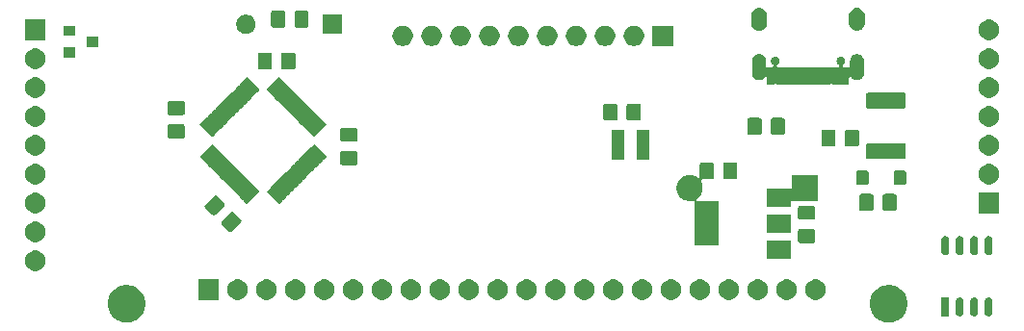
<source format=gbr>
G04 #@! TF.GenerationSoftware,KiCad,Pcbnew,(5.1.5)-3*
G04 #@! TF.CreationDate,2020-02-22T19:23:43-05:00*
G04 #@! TF.ProjectId,Dofleini-controller-STM32,446f666c-6569-46e6-992d-636f6e74726f,rev?*
G04 #@! TF.SameCoordinates,Original*
G04 #@! TF.FileFunction,Soldermask,Top*
G04 #@! TF.FilePolarity,Negative*
%FSLAX46Y46*%
G04 Gerber Fmt 4.6, Leading zero omitted, Abs format (unit mm)*
G04 Created by KiCad (PCBNEW (5.1.5)-3) date 2020-02-22 19:23:43*
%MOMM*%
%LPD*%
G04 APERTURE LIST*
%ADD10C,0.100000*%
G04 APERTURE END LIST*
D10*
G36*
X32215256Y-7251298D02*
G01*
X32321579Y-7272447D01*
X32622042Y-7396903D01*
X32892451Y-7577585D01*
X33122415Y-7807549D01*
X33303097Y-8077958D01*
X33408026Y-8331278D01*
X33427553Y-8378422D01*
X33483790Y-8661140D01*
X33491000Y-8697391D01*
X33491000Y-9022609D01*
X33427553Y-9341579D01*
X33303097Y-9642042D01*
X33122415Y-9912451D01*
X32892451Y-10142415D01*
X32622042Y-10323097D01*
X32321579Y-10447553D01*
X32215256Y-10468702D01*
X32002611Y-10511000D01*
X31677389Y-10511000D01*
X31464744Y-10468702D01*
X31358421Y-10447553D01*
X31057958Y-10323097D01*
X30787549Y-10142415D01*
X30557585Y-9912451D01*
X30376903Y-9642042D01*
X30252447Y-9341579D01*
X30189000Y-9022609D01*
X30189000Y-8697391D01*
X30196211Y-8661140D01*
X30252447Y-8378422D01*
X30271975Y-8331278D01*
X30376903Y-8077958D01*
X30557585Y-7807549D01*
X30787549Y-7577585D01*
X31057958Y-7396903D01*
X31358421Y-7272447D01*
X31464744Y-7251298D01*
X31677389Y-7209000D01*
X32002611Y-7209000D01*
X32215256Y-7251298D01*
G37*
G36*
X-34784744Y-7251298D02*
G01*
X-34678421Y-7272447D01*
X-34377958Y-7396903D01*
X-34107549Y-7577585D01*
X-33877585Y-7807549D01*
X-33696903Y-8077958D01*
X-33591974Y-8331278D01*
X-33572447Y-8378422D01*
X-33516210Y-8661140D01*
X-33509000Y-8697391D01*
X-33509000Y-9022609D01*
X-33572447Y-9341579D01*
X-33696903Y-9642042D01*
X-33877585Y-9912451D01*
X-34107549Y-10142415D01*
X-34377958Y-10323097D01*
X-34678421Y-10447553D01*
X-34784744Y-10468702D01*
X-34997389Y-10511000D01*
X-35322611Y-10511000D01*
X-35535256Y-10468702D01*
X-35641579Y-10447553D01*
X-35942042Y-10323097D01*
X-36212451Y-10142415D01*
X-36442415Y-9912451D01*
X-36623097Y-9642042D01*
X-36747553Y-9341579D01*
X-36811000Y-9022609D01*
X-36811000Y-8697391D01*
X-36803789Y-8661140D01*
X-36747553Y-8378422D01*
X-36728025Y-8331278D01*
X-36623097Y-8077958D01*
X-36442415Y-7807549D01*
X-36212451Y-7577585D01*
X-35942042Y-7396903D01*
X-35641579Y-7272447D01*
X-35535256Y-7251298D01*
X-35322611Y-7209000D01*
X-34997389Y-7209000D01*
X-34784744Y-7251298D01*
G37*
G36*
X38143478Y-8310744D02*
G01*
X38209323Y-8330718D01*
X38270006Y-8363154D01*
X38323195Y-8406806D01*
X38366847Y-8459995D01*
X38399283Y-8520678D01*
X38419257Y-8586523D01*
X38426001Y-8655000D01*
X38426001Y-9605000D01*
X38419257Y-9673477D01*
X38399283Y-9739322D01*
X38366847Y-9800005D01*
X38323195Y-9853194D01*
X38270006Y-9896846D01*
X38209323Y-9929282D01*
X38143478Y-9949256D01*
X38075001Y-9956000D01*
X38074999Y-9956000D01*
X38006522Y-9949256D01*
X37940677Y-9929282D01*
X37879994Y-9896846D01*
X37826805Y-9853194D01*
X37783153Y-9800005D01*
X37750717Y-9739322D01*
X37730743Y-9673477D01*
X37723999Y-9605000D01*
X37723999Y-8655000D01*
X37730743Y-8586523D01*
X37750717Y-8520678D01*
X37783153Y-8459995D01*
X37826805Y-8406806D01*
X37879994Y-8363154D01*
X37940677Y-8330718D01*
X38006522Y-8310744D01*
X38074999Y-8304000D01*
X38075001Y-8304000D01*
X38143478Y-8310744D01*
G37*
G36*
X39413478Y-8310744D02*
G01*
X39479323Y-8330718D01*
X39540006Y-8363154D01*
X39593195Y-8406806D01*
X39636847Y-8459995D01*
X39669283Y-8520678D01*
X39689257Y-8586523D01*
X39696001Y-8655000D01*
X39696001Y-9605000D01*
X39689257Y-9673477D01*
X39669283Y-9739322D01*
X39636847Y-9800005D01*
X39593195Y-9853194D01*
X39540006Y-9896846D01*
X39479323Y-9929282D01*
X39413478Y-9949256D01*
X39345001Y-9956000D01*
X39344999Y-9956000D01*
X39276522Y-9949256D01*
X39210677Y-9929282D01*
X39149994Y-9896846D01*
X39096805Y-9853194D01*
X39053153Y-9800005D01*
X39020717Y-9739322D01*
X39000743Y-9673477D01*
X38993999Y-9605000D01*
X38993999Y-8655000D01*
X39000743Y-8586523D01*
X39020717Y-8520678D01*
X39053153Y-8459995D01*
X39096805Y-8406806D01*
X39149994Y-8363154D01*
X39210677Y-8330718D01*
X39276522Y-8310744D01*
X39344999Y-8304000D01*
X39345001Y-8304000D01*
X39413478Y-8310744D01*
G37*
G36*
X40683478Y-8310744D02*
G01*
X40749323Y-8330718D01*
X40810006Y-8363154D01*
X40863195Y-8406806D01*
X40906847Y-8459995D01*
X40939283Y-8520678D01*
X40959257Y-8586523D01*
X40966001Y-8655000D01*
X40966001Y-9605000D01*
X40959257Y-9673477D01*
X40939283Y-9739322D01*
X40906847Y-9800005D01*
X40863195Y-9853194D01*
X40810006Y-9896846D01*
X40749323Y-9929282D01*
X40683478Y-9949256D01*
X40615001Y-9956000D01*
X40614999Y-9956000D01*
X40546522Y-9949256D01*
X40480677Y-9929282D01*
X40419994Y-9896846D01*
X40366805Y-9853194D01*
X40323153Y-9800005D01*
X40290717Y-9739322D01*
X40270743Y-9673477D01*
X40263999Y-9605000D01*
X40263999Y-8655000D01*
X40270743Y-8586523D01*
X40290717Y-8520678D01*
X40323153Y-8459995D01*
X40366805Y-8406806D01*
X40419994Y-8363154D01*
X40480677Y-8330718D01*
X40546522Y-8310744D01*
X40614999Y-8304000D01*
X40615001Y-8304000D01*
X40683478Y-8310744D01*
G37*
G36*
X37156000Y-9956000D02*
G01*
X36454000Y-9956000D01*
X36454000Y-8304000D01*
X37156000Y-8304000D01*
X37156000Y-9956000D01*
G37*
G36*
X-2426488Y-6723927D02*
G01*
X-2277188Y-6753624D01*
X-2113216Y-6821544D01*
X-1965646Y-6920147D01*
X-1840147Y-7045646D01*
X-1741544Y-7193216D01*
X-1673624Y-7357188D01*
X-1639000Y-7531259D01*
X-1639000Y-7708741D01*
X-1673624Y-7882812D01*
X-1741544Y-8046784D01*
X-1840147Y-8194354D01*
X-1965646Y-8319853D01*
X-2113216Y-8418456D01*
X-2277188Y-8486376D01*
X-2426488Y-8516073D01*
X-2451258Y-8521000D01*
X-2628742Y-8521000D01*
X-2653512Y-8516073D01*
X-2802812Y-8486376D01*
X-2966784Y-8418456D01*
X-3114354Y-8319853D01*
X-3239853Y-8194354D01*
X-3338456Y-8046784D01*
X-3406376Y-7882812D01*
X-3441000Y-7708741D01*
X-3441000Y-7531259D01*
X-3406376Y-7357188D01*
X-3338456Y-7193216D01*
X-3239853Y-7045646D01*
X-3114354Y-6920147D01*
X-2966784Y-6821544D01*
X-2802812Y-6753624D01*
X-2653512Y-6723927D01*
X-2628742Y-6719000D01*
X-2451258Y-6719000D01*
X-2426488Y-6723927D01*
G37*
G36*
X-27039000Y-8521000D02*
G01*
X-28841000Y-8521000D01*
X-28841000Y-6719000D01*
X-27039000Y-6719000D01*
X-27039000Y-8521000D01*
G37*
G36*
X-25286488Y-6723927D02*
G01*
X-25137188Y-6753624D01*
X-24973216Y-6821544D01*
X-24825646Y-6920147D01*
X-24700147Y-7045646D01*
X-24601544Y-7193216D01*
X-24533624Y-7357188D01*
X-24499000Y-7531259D01*
X-24499000Y-7708741D01*
X-24533624Y-7882812D01*
X-24601544Y-8046784D01*
X-24700147Y-8194354D01*
X-24825646Y-8319853D01*
X-24973216Y-8418456D01*
X-25137188Y-8486376D01*
X-25286488Y-8516073D01*
X-25311258Y-8521000D01*
X-25488742Y-8521000D01*
X-25513512Y-8516073D01*
X-25662812Y-8486376D01*
X-25826784Y-8418456D01*
X-25974354Y-8319853D01*
X-26099853Y-8194354D01*
X-26198456Y-8046784D01*
X-26266376Y-7882812D01*
X-26301000Y-7708741D01*
X-26301000Y-7531259D01*
X-26266376Y-7357188D01*
X-26198456Y-7193216D01*
X-26099853Y-7045646D01*
X-25974354Y-6920147D01*
X-25826784Y-6821544D01*
X-25662812Y-6753624D01*
X-25513512Y-6723927D01*
X-25488742Y-6719000D01*
X-25311258Y-6719000D01*
X-25286488Y-6723927D01*
G37*
G36*
X-22746488Y-6723927D02*
G01*
X-22597188Y-6753624D01*
X-22433216Y-6821544D01*
X-22285646Y-6920147D01*
X-22160147Y-7045646D01*
X-22061544Y-7193216D01*
X-21993624Y-7357188D01*
X-21959000Y-7531259D01*
X-21959000Y-7708741D01*
X-21993624Y-7882812D01*
X-22061544Y-8046784D01*
X-22160147Y-8194354D01*
X-22285646Y-8319853D01*
X-22433216Y-8418456D01*
X-22597188Y-8486376D01*
X-22746488Y-8516073D01*
X-22771258Y-8521000D01*
X-22948742Y-8521000D01*
X-22973512Y-8516073D01*
X-23122812Y-8486376D01*
X-23286784Y-8418456D01*
X-23434354Y-8319853D01*
X-23559853Y-8194354D01*
X-23658456Y-8046784D01*
X-23726376Y-7882812D01*
X-23761000Y-7708741D01*
X-23761000Y-7531259D01*
X-23726376Y-7357188D01*
X-23658456Y-7193216D01*
X-23559853Y-7045646D01*
X-23434354Y-6920147D01*
X-23286784Y-6821544D01*
X-23122812Y-6753624D01*
X-22973512Y-6723927D01*
X-22948742Y-6719000D01*
X-22771258Y-6719000D01*
X-22746488Y-6723927D01*
G37*
G36*
X-20206488Y-6723927D02*
G01*
X-20057188Y-6753624D01*
X-19893216Y-6821544D01*
X-19745646Y-6920147D01*
X-19620147Y-7045646D01*
X-19521544Y-7193216D01*
X-19453624Y-7357188D01*
X-19419000Y-7531259D01*
X-19419000Y-7708741D01*
X-19453624Y-7882812D01*
X-19521544Y-8046784D01*
X-19620147Y-8194354D01*
X-19745646Y-8319853D01*
X-19893216Y-8418456D01*
X-20057188Y-8486376D01*
X-20206488Y-8516073D01*
X-20231258Y-8521000D01*
X-20408742Y-8521000D01*
X-20433512Y-8516073D01*
X-20582812Y-8486376D01*
X-20746784Y-8418456D01*
X-20894354Y-8319853D01*
X-21019853Y-8194354D01*
X-21118456Y-8046784D01*
X-21186376Y-7882812D01*
X-21221000Y-7708741D01*
X-21221000Y-7531259D01*
X-21186376Y-7357188D01*
X-21118456Y-7193216D01*
X-21019853Y-7045646D01*
X-20894354Y-6920147D01*
X-20746784Y-6821544D01*
X-20582812Y-6753624D01*
X-20433512Y-6723927D01*
X-20408742Y-6719000D01*
X-20231258Y-6719000D01*
X-20206488Y-6723927D01*
G37*
G36*
X-17666488Y-6723927D02*
G01*
X-17517188Y-6753624D01*
X-17353216Y-6821544D01*
X-17205646Y-6920147D01*
X-17080147Y-7045646D01*
X-16981544Y-7193216D01*
X-16913624Y-7357188D01*
X-16879000Y-7531259D01*
X-16879000Y-7708741D01*
X-16913624Y-7882812D01*
X-16981544Y-8046784D01*
X-17080147Y-8194354D01*
X-17205646Y-8319853D01*
X-17353216Y-8418456D01*
X-17517188Y-8486376D01*
X-17666488Y-8516073D01*
X-17691258Y-8521000D01*
X-17868742Y-8521000D01*
X-17893512Y-8516073D01*
X-18042812Y-8486376D01*
X-18206784Y-8418456D01*
X-18354354Y-8319853D01*
X-18479853Y-8194354D01*
X-18578456Y-8046784D01*
X-18646376Y-7882812D01*
X-18681000Y-7708741D01*
X-18681000Y-7531259D01*
X-18646376Y-7357188D01*
X-18578456Y-7193216D01*
X-18479853Y-7045646D01*
X-18354354Y-6920147D01*
X-18206784Y-6821544D01*
X-18042812Y-6753624D01*
X-17893512Y-6723927D01*
X-17868742Y-6719000D01*
X-17691258Y-6719000D01*
X-17666488Y-6723927D01*
G37*
G36*
X-15126488Y-6723927D02*
G01*
X-14977188Y-6753624D01*
X-14813216Y-6821544D01*
X-14665646Y-6920147D01*
X-14540147Y-7045646D01*
X-14441544Y-7193216D01*
X-14373624Y-7357188D01*
X-14339000Y-7531259D01*
X-14339000Y-7708741D01*
X-14373624Y-7882812D01*
X-14441544Y-8046784D01*
X-14540147Y-8194354D01*
X-14665646Y-8319853D01*
X-14813216Y-8418456D01*
X-14977188Y-8486376D01*
X-15126488Y-8516073D01*
X-15151258Y-8521000D01*
X-15328742Y-8521000D01*
X-15353512Y-8516073D01*
X-15502812Y-8486376D01*
X-15666784Y-8418456D01*
X-15814354Y-8319853D01*
X-15939853Y-8194354D01*
X-16038456Y-8046784D01*
X-16106376Y-7882812D01*
X-16141000Y-7708741D01*
X-16141000Y-7531259D01*
X-16106376Y-7357188D01*
X-16038456Y-7193216D01*
X-15939853Y-7045646D01*
X-15814354Y-6920147D01*
X-15666784Y-6821544D01*
X-15502812Y-6753624D01*
X-15353512Y-6723927D01*
X-15328742Y-6719000D01*
X-15151258Y-6719000D01*
X-15126488Y-6723927D01*
G37*
G36*
X-12586488Y-6723927D02*
G01*
X-12437188Y-6753624D01*
X-12273216Y-6821544D01*
X-12125646Y-6920147D01*
X-12000147Y-7045646D01*
X-11901544Y-7193216D01*
X-11833624Y-7357188D01*
X-11799000Y-7531259D01*
X-11799000Y-7708741D01*
X-11833624Y-7882812D01*
X-11901544Y-8046784D01*
X-12000147Y-8194354D01*
X-12125646Y-8319853D01*
X-12273216Y-8418456D01*
X-12437188Y-8486376D01*
X-12586488Y-8516073D01*
X-12611258Y-8521000D01*
X-12788742Y-8521000D01*
X-12813512Y-8516073D01*
X-12962812Y-8486376D01*
X-13126784Y-8418456D01*
X-13274354Y-8319853D01*
X-13399853Y-8194354D01*
X-13498456Y-8046784D01*
X-13566376Y-7882812D01*
X-13601000Y-7708741D01*
X-13601000Y-7531259D01*
X-13566376Y-7357188D01*
X-13498456Y-7193216D01*
X-13399853Y-7045646D01*
X-13274354Y-6920147D01*
X-13126784Y-6821544D01*
X-12962812Y-6753624D01*
X-12813512Y-6723927D01*
X-12788742Y-6719000D01*
X-12611258Y-6719000D01*
X-12586488Y-6723927D01*
G37*
G36*
X-10046488Y-6723927D02*
G01*
X-9897188Y-6753624D01*
X-9733216Y-6821544D01*
X-9585646Y-6920147D01*
X-9460147Y-7045646D01*
X-9361544Y-7193216D01*
X-9293624Y-7357188D01*
X-9259000Y-7531259D01*
X-9259000Y-7708741D01*
X-9293624Y-7882812D01*
X-9361544Y-8046784D01*
X-9460147Y-8194354D01*
X-9585646Y-8319853D01*
X-9733216Y-8418456D01*
X-9897188Y-8486376D01*
X-10046488Y-8516073D01*
X-10071258Y-8521000D01*
X-10248742Y-8521000D01*
X-10273512Y-8516073D01*
X-10422812Y-8486376D01*
X-10586784Y-8418456D01*
X-10734354Y-8319853D01*
X-10859853Y-8194354D01*
X-10958456Y-8046784D01*
X-11026376Y-7882812D01*
X-11061000Y-7708741D01*
X-11061000Y-7531259D01*
X-11026376Y-7357188D01*
X-10958456Y-7193216D01*
X-10859853Y-7045646D01*
X-10734354Y-6920147D01*
X-10586784Y-6821544D01*
X-10422812Y-6753624D01*
X-10273512Y-6723927D01*
X-10248742Y-6719000D01*
X-10071258Y-6719000D01*
X-10046488Y-6723927D01*
G37*
G36*
X-7506488Y-6723927D02*
G01*
X-7357188Y-6753624D01*
X-7193216Y-6821544D01*
X-7045646Y-6920147D01*
X-6920147Y-7045646D01*
X-6821544Y-7193216D01*
X-6753624Y-7357188D01*
X-6719000Y-7531259D01*
X-6719000Y-7708741D01*
X-6753624Y-7882812D01*
X-6821544Y-8046784D01*
X-6920147Y-8194354D01*
X-7045646Y-8319853D01*
X-7193216Y-8418456D01*
X-7357188Y-8486376D01*
X-7506488Y-8516073D01*
X-7531258Y-8521000D01*
X-7708742Y-8521000D01*
X-7733512Y-8516073D01*
X-7882812Y-8486376D01*
X-8046784Y-8418456D01*
X-8194354Y-8319853D01*
X-8319853Y-8194354D01*
X-8418456Y-8046784D01*
X-8486376Y-7882812D01*
X-8521000Y-7708741D01*
X-8521000Y-7531259D01*
X-8486376Y-7357188D01*
X-8418456Y-7193216D01*
X-8319853Y-7045646D01*
X-8194354Y-6920147D01*
X-8046784Y-6821544D01*
X-7882812Y-6753624D01*
X-7733512Y-6723927D01*
X-7708742Y-6719000D01*
X-7531258Y-6719000D01*
X-7506488Y-6723927D01*
G37*
G36*
X-4966488Y-6723927D02*
G01*
X-4817188Y-6753624D01*
X-4653216Y-6821544D01*
X-4505646Y-6920147D01*
X-4380147Y-7045646D01*
X-4281544Y-7193216D01*
X-4213624Y-7357188D01*
X-4179000Y-7531259D01*
X-4179000Y-7708741D01*
X-4213624Y-7882812D01*
X-4281544Y-8046784D01*
X-4380147Y-8194354D01*
X-4505646Y-8319853D01*
X-4653216Y-8418456D01*
X-4817188Y-8486376D01*
X-4966488Y-8516073D01*
X-4991258Y-8521000D01*
X-5168742Y-8521000D01*
X-5193512Y-8516073D01*
X-5342812Y-8486376D01*
X-5506784Y-8418456D01*
X-5654354Y-8319853D01*
X-5779853Y-8194354D01*
X-5878456Y-8046784D01*
X-5946376Y-7882812D01*
X-5981000Y-7708741D01*
X-5981000Y-7531259D01*
X-5946376Y-7357188D01*
X-5878456Y-7193216D01*
X-5779853Y-7045646D01*
X-5654354Y-6920147D01*
X-5506784Y-6821544D01*
X-5342812Y-6753624D01*
X-5193512Y-6723927D01*
X-5168742Y-6719000D01*
X-4991258Y-6719000D01*
X-4966488Y-6723927D01*
G37*
G36*
X113512Y-6723927D02*
G01*
X262812Y-6753624D01*
X426784Y-6821544D01*
X574354Y-6920147D01*
X699853Y-7045646D01*
X798456Y-7193216D01*
X866376Y-7357188D01*
X901000Y-7531259D01*
X901000Y-7708741D01*
X866376Y-7882812D01*
X798456Y-8046784D01*
X699853Y-8194354D01*
X574354Y-8319853D01*
X426784Y-8418456D01*
X262812Y-8486376D01*
X113512Y-8516073D01*
X88742Y-8521000D01*
X-88742Y-8521000D01*
X-113512Y-8516073D01*
X-262812Y-8486376D01*
X-426784Y-8418456D01*
X-574354Y-8319853D01*
X-699853Y-8194354D01*
X-798456Y-8046784D01*
X-866376Y-7882812D01*
X-901000Y-7708741D01*
X-901000Y-7531259D01*
X-866376Y-7357188D01*
X-798456Y-7193216D01*
X-699853Y-7045646D01*
X-574354Y-6920147D01*
X-426784Y-6821544D01*
X-262812Y-6753624D01*
X-113512Y-6723927D01*
X-88742Y-6719000D01*
X88742Y-6719000D01*
X113512Y-6723927D01*
G37*
G36*
X2653512Y-6723927D02*
G01*
X2802812Y-6753624D01*
X2966784Y-6821544D01*
X3114354Y-6920147D01*
X3239853Y-7045646D01*
X3338456Y-7193216D01*
X3406376Y-7357188D01*
X3441000Y-7531259D01*
X3441000Y-7708741D01*
X3406376Y-7882812D01*
X3338456Y-8046784D01*
X3239853Y-8194354D01*
X3114354Y-8319853D01*
X2966784Y-8418456D01*
X2802812Y-8486376D01*
X2653512Y-8516073D01*
X2628742Y-8521000D01*
X2451258Y-8521000D01*
X2426488Y-8516073D01*
X2277188Y-8486376D01*
X2113216Y-8418456D01*
X1965646Y-8319853D01*
X1840147Y-8194354D01*
X1741544Y-8046784D01*
X1673624Y-7882812D01*
X1639000Y-7708741D01*
X1639000Y-7531259D01*
X1673624Y-7357188D01*
X1741544Y-7193216D01*
X1840147Y-7045646D01*
X1965646Y-6920147D01*
X2113216Y-6821544D01*
X2277188Y-6753624D01*
X2426488Y-6723927D01*
X2451258Y-6719000D01*
X2628742Y-6719000D01*
X2653512Y-6723927D01*
G37*
G36*
X5193512Y-6723927D02*
G01*
X5342812Y-6753624D01*
X5506784Y-6821544D01*
X5654354Y-6920147D01*
X5779853Y-7045646D01*
X5878456Y-7193216D01*
X5946376Y-7357188D01*
X5981000Y-7531259D01*
X5981000Y-7708741D01*
X5946376Y-7882812D01*
X5878456Y-8046784D01*
X5779853Y-8194354D01*
X5654354Y-8319853D01*
X5506784Y-8418456D01*
X5342812Y-8486376D01*
X5193512Y-8516073D01*
X5168742Y-8521000D01*
X4991258Y-8521000D01*
X4966488Y-8516073D01*
X4817188Y-8486376D01*
X4653216Y-8418456D01*
X4505646Y-8319853D01*
X4380147Y-8194354D01*
X4281544Y-8046784D01*
X4213624Y-7882812D01*
X4179000Y-7708741D01*
X4179000Y-7531259D01*
X4213624Y-7357188D01*
X4281544Y-7193216D01*
X4380147Y-7045646D01*
X4505646Y-6920147D01*
X4653216Y-6821544D01*
X4817188Y-6753624D01*
X4966488Y-6723927D01*
X4991258Y-6719000D01*
X5168742Y-6719000D01*
X5193512Y-6723927D01*
G37*
G36*
X7733512Y-6723927D02*
G01*
X7882812Y-6753624D01*
X8046784Y-6821544D01*
X8194354Y-6920147D01*
X8319853Y-7045646D01*
X8418456Y-7193216D01*
X8486376Y-7357188D01*
X8521000Y-7531259D01*
X8521000Y-7708741D01*
X8486376Y-7882812D01*
X8418456Y-8046784D01*
X8319853Y-8194354D01*
X8194354Y-8319853D01*
X8046784Y-8418456D01*
X7882812Y-8486376D01*
X7733512Y-8516073D01*
X7708742Y-8521000D01*
X7531258Y-8521000D01*
X7506488Y-8516073D01*
X7357188Y-8486376D01*
X7193216Y-8418456D01*
X7045646Y-8319853D01*
X6920147Y-8194354D01*
X6821544Y-8046784D01*
X6753624Y-7882812D01*
X6719000Y-7708741D01*
X6719000Y-7531259D01*
X6753624Y-7357188D01*
X6821544Y-7193216D01*
X6920147Y-7045646D01*
X7045646Y-6920147D01*
X7193216Y-6821544D01*
X7357188Y-6753624D01*
X7506488Y-6723927D01*
X7531258Y-6719000D01*
X7708742Y-6719000D01*
X7733512Y-6723927D01*
G37*
G36*
X10273512Y-6723927D02*
G01*
X10422812Y-6753624D01*
X10586784Y-6821544D01*
X10734354Y-6920147D01*
X10859853Y-7045646D01*
X10958456Y-7193216D01*
X11026376Y-7357188D01*
X11061000Y-7531259D01*
X11061000Y-7708741D01*
X11026376Y-7882812D01*
X10958456Y-8046784D01*
X10859853Y-8194354D01*
X10734354Y-8319853D01*
X10586784Y-8418456D01*
X10422812Y-8486376D01*
X10273512Y-8516073D01*
X10248742Y-8521000D01*
X10071258Y-8521000D01*
X10046488Y-8516073D01*
X9897188Y-8486376D01*
X9733216Y-8418456D01*
X9585646Y-8319853D01*
X9460147Y-8194354D01*
X9361544Y-8046784D01*
X9293624Y-7882812D01*
X9259000Y-7708741D01*
X9259000Y-7531259D01*
X9293624Y-7357188D01*
X9361544Y-7193216D01*
X9460147Y-7045646D01*
X9585646Y-6920147D01*
X9733216Y-6821544D01*
X9897188Y-6753624D01*
X10046488Y-6723927D01*
X10071258Y-6719000D01*
X10248742Y-6719000D01*
X10273512Y-6723927D01*
G37*
G36*
X15353512Y-6723927D02*
G01*
X15502812Y-6753624D01*
X15666784Y-6821544D01*
X15814354Y-6920147D01*
X15939853Y-7045646D01*
X16038456Y-7193216D01*
X16106376Y-7357188D01*
X16141000Y-7531259D01*
X16141000Y-7708741D01*
X16106376Y-7882812D01*
X16038456Y-8046784D01*
X15939853Y-8194354D01*
X15814354Y-8319853D01*
X15666784Y-8418456D01*
X15502812Y-8486376D01*
X15353512Y-8516073D01*
X15328742Y-8521000D01*
X15151258Y-8521000D01*
X15126488Y-8516073D01*
X14977188Y-8486376D01*
X14813216Y-8418456D01*
X14665646Y-8319853D01*
X14540147Y-8194354D01*
X14441544Y-8046784D01*
X14373624Y-7882812D01*
X14339000Y-7708741D01*
X14339000Y-7531259D01*
X14373624Y-7357188D01*
X14441544Y-7193216D01*
X14540147Y-7045646D01*
X14665646Y-6920147D01*
X14813216Y-6821544D01*
X14977188Y-6753624D01*
X15126488Y-6723927D01*
X15151258Y-6719000D01*
X15328742Y-6719000D01*
X15353512Y-6723927D01*
G37*
G36*
X17893512Y-6723927D02*
G01*
X18042812Y-6753624D01*
X18206784Y-6821544D01*
X18354354Y-6920147D01*
X18479853Y-7045646D01*
X18578456Y-7193216D01*
X18646376Y-7357188D01*
X18681000Y-7531259D01*
X18681000Y-7708741D01*
X18646376Y-7882812D01*
X18578456Y-8046784D01*
X18479853Y-8194354D01*
X18354354Y-8319853D01*
X18206784Y-8418456D01*
X18042812Y-8486376D01*
X17893512Y-8516073D01*
X17868742Y-8521000D01*
X17691258Y-8521000D01*
X17666488Y-8516073D01*
X17517188Y-8486376D01*
X17353216Y-8418456D01*
X17205646Y-8319853D01*
X17080147Y-8194354D01*
X16981544Y-8046784D01*
X16913624Y-7882812D01*
X16879000Y-7708741D01*
X16879000Y-7531259D01*
X16913624Y-7357188D01*
X16981544Y-7193216D01*
X17080147Y-7045646D01*
X17205646Y-6920147D01*
X17353216Y-6821544D01*
X17517188Y-6753624D01*
X17666488Y-6723927D01*
X17691258Y-6719000D01*
X17868742Y-6719000D01*
X17893512Y-6723927D01*
G37*
G36*
X20433512Y-6723927D02*
G01*
X20582812Y-6753624D01*
X20746784Y-6821544D01*
X20894354Y-6920147D01*
X21019853Y-7045646D01*
X21118456Y-7193216D01*
X21186376Y-7357188D01*
X21221000Y-7531259D01*
X21221000Y-7708741D01*
X21186376Y-7882812D01*
X21118456Y-8046784D01*
X21019853Y-8194354D01*
X20894354Y-8319853D01*
X20746784Y-8418456D01*
X20582812Y-8486376D01*
X20433512Y-8516073D01*
X20408742Y-8521000D01*
X20231258Y-8521000D01*
X20206488Y-8516073D01*
X20057188Y-8486376D01*
X19893216Y-8418456D01*
X19745646Y-8319853D01*
X19620147Y-8194354D01*
X19521544Y-8046784D01*
X19453624Y-7882812D01*
X19419000Y-7708741D01*
X19419000Y-7531259D01*
X19453624Y-7357188D01*
X19521544Y-7193216D01*
X19620147Y-7045646D01*
X19745646Y-6920147D01*
X19893216Y-6821544D01*
X20057188Y-6753624D01*
X20206488Y-6723927D01*
X20231258Y-6719000D01*
X20408742Y-6719000D01*
X20433512Y-6723927D01*
G37*
G36*
X22973512Y-6723927D02*
G01*
X23122812Y-6753624D01*
X23286784Y-6821544D01*
X23434354Y-6920147D01*
X23559853Y-7045646D01*
X23658456Y-7193216D01*
X23726376Y-7357188D01*
X23761000Y-7531259D01*
X23761000Y-7708741D01*
X23726376Y-7882812D01*
X23658456Y-8046784D01*
X23559853Y-8194354D01*
X23434354Y-8319853D01*
X23286784Y-8418456D01*
X23122812Y-8486376D01*
X22973512Y-8516073D01*
X22948742Y-8521000D01*
X22771258Y-8521000D01*
X22746488Y-8516073D01*
X22597188Y-8486376D01*
X22433216Y-8418456D01*
X22285646Y-8319853D01*
X22160147Y-8194354D01*
X22061544Y-8046784D01*
X21993624Y-7882812D01*
X21959000Y-7708741D01*
X21959000Y-7531259D01*
X21993624Y-7357188D01*
X22061544Y-7193216D01*
X22160147Y-7045646D01*
X22285646Y-6920147D01*
X22433216Y-6821544D01*
X22597188Y-6753624D01*
X22746488Y-6723927D01*
X22771258Y-6719000D01*
X22948742Y-6719000D01*
X22973512Y-6723927D01*
G37*
G36*
X12813512Y-6723927D02*
G01*
X12962812Y-6753624D01*
X13126784Y-6821544D01*
X13274354Y-6920147D01*
X13399853Y-7045646D01*
X13498456Y-7193216D01*
X13566376Y-7357188D01*
X13601000Y-7531259D01*
X13601000Y-7708741D01*
X13566376Y-7882812D01*
X13498456Y-8046784D01*
X13399853Y-8194354D01*
X13274354Y-8319853D01*
X13126784Y-8418456D01*
X12962812Y-8486376D01*
X12813512Y-8516073D01*
X12788742Y-8521000D01*
X12611258Y-8521000D01*
X12586488Y-8516073D01*
X12437188Y-8486376D01*
X12273216Y-8418456D01*
X12125646Y-8319853D01*
X12000147Y-8194354D01*
X11901544Y-8046784D01*
X11833624Y-7882812D01*
X11799000Y-7708741D01*
X11799000Y-7531259D01*
X11833624Y-7357188D01*
X11901544Y-7193216D01*
X12000147Y-7045646D01*
X12125646Y-6920147D01*
X12273216Y-6821544D01*
X12437188Y-6753624D01*
X12586488Y-6723927D01*
X12611258Y-6719000D01*
X12788742Y-6719000D01*
X12813512Y-6723927D01*
G37*
G36*
X25513512Y-6723927D02*
G01*
X25662812Y-6753624D01*
X25826784Y-6821544D01*
X25974354Y-6920147D01*
X26099853Y-7045646D01*
X26198456Y-7193216D01*
X26266376Y-7357188D01*
X26301000Y-7531259D01*
X26301000Y-7708741D01*
X26266376Y-7882812D01*
X26198456Y-8046784D01*
X26099853Y-8194354D01*
X25974354Y-8319853D01*
X25826784Y-8418456D01*
X25662812Y-8486376D01*
X25513512Y-8516073D01*
X25488742Y-8521000D01*
X25311258Y-8521000D01*
X25286488Y-8516073D01*
X25137188Y-8486376D01*
X24973216Y-8418456D01*
X24825646Y-8319853D01*
X24700147Y-8194354D01*
X24601544Y-8046784D01*
X24533624Y-7882812D01*
X24499000Y-7708741D01*
X24499000Y-7531259D01*
X24533624Y-7357188D01*
X24601544Y-7193216D01*
X24700147Y-7045646D01*
X24825646Y-6920147D01*
X24973216Y-6821544D01*
X25137188Y-6753624D01*
X25286488Y-6723927D01*
X25311258Y-6719000D01*
X25488742Y-6719000D01*
X25513512Y-6723927D01*
G37*
G36*
X-43066488Y-4183927D02*
G01*
X-42917188Y-4213624D01*
X-42753216Y-4281544D01*
X-42605646Y-4380147D01*
X-42480147Y-4505646D01*
X-42381544Y-4653216D01*
X-42313624Y-4817188D01*
X-42279000Y-4991259D01*
X-42279000Y-5168741D01*
X-42313624Y-5342812D01*
X-42381544Y-5506784D01*
X-42480147Y-5654354D01*
X-42605646Y-5779853D01*
X-42753216Y-5878456D01*
X-42917188Y-5946376D01*
X-43066488Y-5976073D01*
X-43091258Y-5981000D01*
X-43268742Y-5981000D01*
X-43293512Y-5976073D01*
X-43442812Y-5946376D01*
X-43606784Y-5878456D01*
X-43754354Y-5779853D01*
X-43879853Y-5654354D01*
X-43978456Y-5506784D01*
X-44046376Y-5342812D01*
X-44081000Y-5168741D01*
X-44081000Y-4991259D01*
X-44046376Y-4817188D01*
X-43978456Y-4653216D01*
X-43879853Y-4505646D01*
X-43754354Y-4380147D01*
X-43606784Y-4281544D01*
X-43442812Y-4213624D01*
X-43293512Y-4183927D01*
X-43268742Y-4179000D01*
X-43091258Y-4179000D01*
X-43066488Y-4183927D01*
G37*
G36*
X23201000Y-4901000D02*
G01*
X21099000Y-4901000D01*
X21099000Y-3299000D01*
X23201000Y-3299000D01*
X23201000Y-4901000D01*
G37*
G36*
X40683478Y-2910744D02*
G01*
X40749323Y-2930718D01*
X40810006Y-2963154D01*
X40863195Y-3006806D01*
X40906847Y-3059995D01*
X40939283Y-3120678D01*
X40959257Y-3186523D01*
X40966001Y-3255000D01*
X40966001Y-4205000D01*
X40959257Y-4273477D01*
X40939283Y-4339322D01*
X40906847Y-4400005D01*
X40863195Y-4453194D01*
X40810006Y-4496846D01*
X40749323Y-4529282D01*
X40683478Y-4549256D01*
X40615001Y-4556000D01*
X40614999Y-4556000D01*
X40546522Y-4549256D01*
X40480677Y-4529282D01*
X40419994Y-4496846D01*
X40366805Y-4453194D01*
X40323153Y-4400005D01*
X40290717Y-4339322D01*
X40270743Y-4273477D01*
X40263999Y-4205000D01*
X40263999Y-3255000D01*
X40270743Y-3186523D01*
X40290717Y-3120678D01*
X40323153Y-3059995D01*
X40366805Y-3006806D01*
X40419994Y-2963154D01*
X40480677Y-2930718D01*
X40546522Y-2910744D01*
X40614999Y-2904000D01*
X40615001Y-2904000D01*
X40683478Y-2910744D01*
G37*
G36*
X39413478Y-2910744D02*
G01*
X39479323Y-2930718D01*
X39540006Y-2963154D01*
X39593195Y-3006806D01*
X39636847Y-3059995D01*
X39669283Y-3120678D01*
X39689257Y-3186523D01*
X39696001Y-3255000D01*
X39696001Y-4205000D01*
X39689257Y-4273477D01*
X39669283Y-4339322D01*
X39636847Y-4400005D01*
X39593195Y-4453194D01*
X39540006Y-4496846D01*
X39479323Y-4529282D01*
X39413478Y-4549256D01*
X39345001Y-4556000D01*
X39344999Y-4556000D01*
X39276522Y-4549256D01*
X39210677Y-4529282D01*
X39149994Y-4496846D01*
X39096805Y-4453194D01*
X39053153Y-4400005D01*
X39020717Y-4339322D01*
X39000743Y-4273477D01*
X38993999Y-4205000D01*
X38993999Y-3255000D01*
X39000743Y-3186523D01*
X39020717Y-3120678D01*
X39053153Y-3059995D01*
X39096805Y-3006806D01*
X39149994Y-2963154D01*
X39210677Y-2930718D01*
X39276522Y-2910744D01*
X39344999Y-2904000D01*
X39345001Y-2904000D01*
X39413478Y-2910744D01*
G37*
G36*
X36873478Y-2910744D02*
G01*
X36939323Y-2930718D01*
X37000006Y-2963154D01*
X37053195Y-3006806D01*
X37096847Y-3059995D01*
X37129283Y-3120678D01*
X37149257Y-3186523D01*
X37156001Y-3255000D01*
X37156001Y-4205000D01*
X37149257Y-4273477D01*
X37129283Y-4339322D01*
X37096847Y-4400005D01*
X37053195Y-4453194D01*
X37000006Y-4496846D01*
X36939323Y-4529282D01*
X36873478Y-4549256D01*
X36805001Y-4556000D01*
X36804999Y-4556000D01*
X36736522Y-4549256D01*
X36670677Y-4529282D01*
X36609994Y-4496846D01*
X36556805Y-4453194D01*
X36513153Y-4400005D01*
X36480717Y-4339322D01*
X36460743Y-4273477D01*
X36453999Y-4205000D01*
X36453999Y-3255000D01*
X36460743Y-3186523D01*
X36480717Y-3120678D01*
X36513153Y-3059995D01*
X36556805Y-3006806D01*
X36609994Y-2963154D01*
X36670677Y-2930718D01*
X36736522Y-2910744D01*
X36804999Y-2904000D01*
X36805001Y-2904000D01*
X36873478Y-2910744D01*
G37*
G36*
X38143478Y-2910744D02*
G01*
X38209323Y-2930718D01*
X38270006Y-2963154D01*
X38323195Y-3006806D01*
X38366847Y-3059995D01*
X38399283Y-3120678D01*
X38419257Y-3186523D01*
X38426001Y-3255000D01*
X38426001Y-4205000D01*
X38419257Y-4273477D01*
X38399283Y-4339322D01*
X38366847Y-4400005D01*
X38323195Y-4453194D01*
X38270006Y-4496846D01*
X38209323Y-4529282D01*
X38143478Y-4549256D01*
X38075001Y-4556000D01*
X38074999Y-4556000D01*
X38006522Y-4549256D01*
X37940677Y-4529282D01*
X37879994Y-4496846D01*
X37826805Y-4453194D01*
X37783153Y-4400005D01*
X37750717Y-4339322D01*
X37730743Y-4273477D01*
X37723999Y-4205000D01*
X37723999Y-3255000D01*
X37730743Y-3186523D01*
X37750717Y-3120678D01*
X37783153Y-3059995D01*
X37826805Y-3006806D01*
X37879994Y-2963154D01*
X37940677Y-2930718D01*
X38006522Y-2910744D01*
X38074999Y-2904000D01*
X38075001Y-2904000D01*
X38143478Y-2910744D01*
G37*
G36*
X16313674Y3576535D02*
G01*
X16351367Y3565101D01*
X16386103Y3546534D01*
X16416548Y3521548D01*
X16441534Y3491103D01*
X16460101Y3456367D01*
X16471535Y3418674D01*
X16476000Y3373339D01*
X16476000Y2286661D01*
X16471535Y2241326D01*
X16460101Y2203633D01*
X16441534Y2168897D01*
X16416548Y2138452D01*
X16386103Y2113466D01*
X16351367Y2094899D01*
X16313674Y2083465D01*
X16268339Y2079000D01*
X15454369Y2079000D01*
X15429983Y2076598D01*
X15406534Y2069485D01*
X15384923Y2057934D01*
X15365981Y2042389D01*
X15350436Y2023447D01*
X15338885Y2001836D01*
X15331772Y1978387D01*
X15329370Y1954001D01*
X15331772Y1929615D01*
X15338885Y1906166D01*
X15349705Y1885922D01*
X15350003Y1885204D01*
X15350003Y1885203D01*
X15436768Y1675734D01*
X15447112Y1623732D01*
X15481000Y1453365D01*
X15481000Y1226635D01*
X15479461Y1218900D01*
X15436768Y1004266D01*
X15350003Y794797D01*
X15224040Y606280D01*
X15063720Y445960D01*
X15035021Y426784D01*
X14964902Y379932D01*
X14945960Y364386D01*
X14930415Y345444D01*
X14918864Y323834D01*
X14911751Y300385D01*
X14909349Y275999D01*
X14911751Y251613D01*
X14918864Y228164D01*
X14930415Y206553D01*
X14945961Y187611D01*
X14964903Y172066D01*
X14986513Y160515D01*
X15009962Y153402D01*
X15034348Y151000D01*
X16901000Y151000D01*
X16901000Y-3751000D01*
X14799000Y-3751000D01*
X14799000Y107429D01*
X14796598Y131815D01*
X14789485Y155264D01*
X14777934Y176875D01*
X14762389Y195817D01*
X14743447Y211362D01*
X14721836Y222913D01*
X14698387Y230026D01*
X14674001Y232428D01*
X14649618Y230026D01*
X14533139Y206857D01*
X14443365Y189000D01*
X14216635Y189000D01*
X14060964Y219965D01*
X13994266Y233232D01*
X13839819Y297206D01*
X13784799Y319996D01*
X13784798Y319996D01*
X13784797Y319997D01*
X13596280Y445960D01*
X13435960Y606280D01*
X13309997Y794797D01*
X13223232Y1004266D01*
X13180539Y1218900D01*
X13179000Y1226635D01*
X13179000Y1453365D01*
X13212888Y1623732D01*
X13223232Y1675734D01*
X13309997Y1885203D01*
X13435960Y2073720D01*
X13596280Y2234040D01*
X13784797Y2360003D01*
X13786724Y2360801D01*
X13886129Y2401976D01*
X13994266Y2446768D01*
X14162456Y2480223D01*
X14216635Y2491000D01*
X14443365Y2491000D01*
X14497544Y2480223D01*
X14665734Y2446768D01*
X14773871Y2401976D01*
X14873277Y2360801D01*
X14875203Y2360003D01*
X15021598Y2262185D01*
X15029555Y2256868D01*
X15051166Y2245317D01*
X15074615Y2238204D01*
X15099001Y2235802D01*
X15123387Y2238204D01*
X15146836Y2245317D01*
X15168447Y2256868D01*
X15187389Y2272413D01*
X15202934Y2291355D01*
X15214485Y2312966D01*
X15221598Y2336415D01*
X15224000Y2360801D01*
X15224000Y3373339D01*
X15228465Y3418674D01*
X15239899Y3456367D01*
X15258466Y3491103D01*
X15283452Y3521548D01*
X15313897Y3546534D01*
X15348633Y3565101D01*
X15386326Y3576535D01*
X15431661Y3581000D01*
X16268339Y3581000D01*
X16313674Y3576535D01*
G37*
G36*
X25198674Y-2273465D02*
G01*
X25236367Y-2284899D01*
X25271103Y-2303466D01*
X25301548Y-2328452D01*
X25326534Y-2358897D01*
X25345101Y-2393633D01*
X25356535Y-2431326D01*
X25361000Y-2476661D01*
X25361000Y-3313339D01*
X25356535Y-3358674D01*
X25345101Y-3396367D01*
X25326534Y-3431103D01*
X25301548Y-3461548D01*
X25271103Y-3486534D01*
X25236367Y-3505101D01*
X25198674Y-3516535D01*
X25153339Y-3521000D01*
X24066661Y-3521000D01*
X24021326Y-3516535D01*
X23983633Y-3505101D01*
X23948897Y-3486534D01*
X23918452Y-3461548D01*
X23893466Y-3431103D01*
X23874899Y-3396367D01*
X23863465Y-3358674D01*
X23859000Y-3313339D01*
X23859000Y-2476661D01*
X23863465Y-2431326D01*
X23874899Y-2393633D01*
X23893466Y-2358897D01*
X23918452Y-2328452D01*
X23948897Y-2303466D01*
X23983633Y-2284899D01*
X24021326Y-2273465D01*
X24066661Y-2269000D01*
X25153339Y-2269000D01*
X25198674Y-2273465D01*
G37*
G36*
X-43066488Y-1643927D02*
G01*
X-42917188Y-1673624D01*
X-42753216Y-1741544D01*
X-42605646Y-1840147D01*
X-42480147Y-1965646D01*
X-42381544Y-2113216D01*
X-42313624Y-2277188D01*
X-42279000Y-2451259D01*
X-42279000Y-2628741D01*
X-42313624Y-2802812D01*
X-42381544Y-2966784D01*
X-42480147Y-3114354D01*
X-42605646Y-3239853D01*
X-42753216Y-3338456D01*
X-42917188Y-3406376D01*
X-43066488Y-3436073D01*
X-43091258Y-3441000D01*
X-43268742Y-3441000D01*
X-43293512Y-3436073D01*
X-43442812Y-3406376D01*
X-43606784Y-3338456D01*
X-43754354Y-3239853D01*
X-43879853Y-3114354D01*
X-43978456Y-2966784D01*
X-44046376Y-2802812D01*
X-44081000Y-2628741D01*
X-44081000Y-2451259D01*
X-44046376Y-2277188D01*
X-43978456Y-2113216D01*
X-43879853Y-1965646D01*
X-43754354Y-1840147D01*
X-43606784Y-1741544D01*
X-43442812Y-1673624D01*
X-43293512Y-1643927D01*
X-43268742Y-1639000D01*
X-43091258Y-1639000D01*
X-43066488Y-1643927D01*
G37*
G36*
X23201000Y-2601000D02*
G01*
X21099000Y-2601000D01*
X21099000Y-999000D01*
X23201000Y-999000D01*
X23201000Y-2601000D01*
G37*
G36*
X-25827633Y-759036D02*
G01*
X-25789940Y-770470D01*
X-25755204Y-789037D01*
X-25719991Y-817935D01*
X-25128367Y-1409559D01*
X-25099469Y-1444772D01*
X-25080902Y-1479508D01*
X-25069468Y-1517201D01*
X-25065608Y-1556396D01*
X-25069468Y-1595591D01*
X-25080902Y-1633284D01*
X-25099469Y-1668020D01*
X-25128367Y-1703233D01*
X-25896767Y-2471633D01*
X-25931980Y-2500531D01*
X-25966716Y-2519098D01*
X-26004409Y-2530532D01*
X-26043604Y-2534392D01*
X-26082799Y-2530532D01*
X-26120492Y-2519098D01*
X-26155228Y-2500531D01*
X-26190441Y-2471633D01*
X-26782065Y-1880009D01*
X-26810963Y-1844796D01*
X-26829530Y-1810060D01*
X-26840964Y-1772367D01*
X-26844824Y-1733172D01*
X-26840964Y-1693977D01*
X-26829530Y-1656284D01*
X-26810963Y-1621548D01*
X-26782065Y-1586335D01*
X-26013665Y-817935D01*
X-25978452Y-789037D01*
X-25943716Y-770470D01*
X-25906023Y-759036D01*
X-25866828Y-755176D01*
X-25827633Y-759036D01*
G37*
G36*
X25198674Y-223465D02*
G01*
X25236367Y-234899D01*
X25271103Y-253466D01*
X25301548Y-278452D01*
X25326534Y-308897D01*
X25345101Y-343633D01*
X25356535Y-381326D01*
X25361000Y-426661D01*
X25361000Y-1263339D01*
X25356535Y-1308674D01*
X25345101Y-1346367D01*
X25326534Y-1381103D01*
X25301548Y-1411548D01*
X25271103Y-1436534D01*
X25236367Y-1455101D01*
X25198674Y-1466535D01*
X25153339Y-1471000D01*
X24066661Y-1471000D01*
X24021326Y-1466535D01*
X23983633Y-1455101D01*
X23948897Y-1436534D01*
X23918452Y-1411548D01*
X23893466Y-1381103D01*
X23874899Y-1346367D01*
X23863465Y-1308674D01*
X23859000Y-1263339D01*
X23859000Y-426661D01*
X23863465Y-381326D01*
X23874899Y-343633D01*
X23893466Y-308897D01*
X23918452Y-278452D01*
X23948897Y-253466D01*
X23983633Y-234899D01*
X24021326Y-223465D01*
X24066661Y-219000D01*
X25153339Y-219000D01*
X25198674Y-223465D01*
G37*
G36*
X-27277201Y690532D02*
G01*
X-27239508Y679098D01*
X-27204772Y660531D01*
X-27169559Y631633D01*
X-26577935Y40009D01*
X-26549037Y4796D01*
X-26530470Y-29940D01*
X-26519036Y-67633D01*
X-26515176Y-106828D01*
X-26519036Y-146023D01*
X-26530470Y-183716D01*
X-26549037Y-218452D01*
X-26577935Y-253665D01*
X-27346335Y-1022065D01*
X-27381548Y-1050963D01*
X-27416284Y-1069530D01*
X-27453977Y-1080964D01*
X-27493172Y-1084824D01*
X-27532367Y-1080964D01*
X-27570060Y-1069530D01*
X-27604796Y-1050963D01*
X-27640009Y-1022065D01*
X-28231633Y-430441D01*
X-28260531Y-395228D01*
X-28279098Y-360492D01*
X-28290532Y-322799D01*
X-28294392Y-283604D01*
X-28290532Y-244409D01*
X-28279098Y-206716D01*
X-28260531Y-171980D01*
X-28231633Y-136767D01*
X-27463233Y631633D01*
X-27428020Y660531D01*
X-27393284Y679098D01*
X-27355591Y690532D01*
X-27316396Y694392D01*
X-27277201Y690532D01*
G37*
G36*
X-43066488Y896073D02*
G01*
X-42917188Y866376D01*
X-42753216Y798456D01*
X-42605646Y699853D01*
X-42480147Y574354D01*
X-42381544Y426784D01*
X-42313624Y262812D01*
X-42279000Y88741D01*
X-42279000Y-88741D01*
X-42313624Y-262812D01*
X-42381544Y-426784D01*
X-42480147Y-574354D01*
X-42605646Y-699853D01*
X-42753216Y-798456D01*
X-42917188Y-866376D01*
X-43066488Y-896073D01*
X-43091258Y-901000D01*
X-43268742Y-901000D01*
X-43293512Y-896073D01*
X-43442812Y-866376D01*
X-43606784Y-798456D01*
X-43754354Y-699853D01*
X-43879853Y-574354D01*
X-43978456Y-426784D01*
X-44046376Y-262812D01*
X-44081000Y-88741D01*
X-44081000Y88741D01*
X-44046376Y262812D01*
X-43978456Y426784D01*
X-43879853Y574354D01*
X-43754354Y699853D01*
X-43606784Y798456D01*
X-43442812Y866376D01*
X-43293512Y896073D01*
X-43268742Y901000D01*
X-43091258Y901000D01*
X-43066488Y896073D01*
G37*
G36*
X41541000Y-901000D02*
G01*
X39739000Y-901000D01*
X39739000Y901000D01*
X41541000Y901000D01*
X41541000Y-901000D01*
G37*
G36*
X32378674Y806535D02*
G01*
X32416367Y795101D01*
X32451103Y776534D01*
X32481548Y751548D01*
X32506534Y721103D01*
X32525101Y686367D01*
X32536535Y648674D01*
X32541000Y603339D01*
X32541000Y-483339D01*
X32536535Y-528674D01*
X32525101Y-566367D01*
X32506534Y-601103D01*
X32481548Y-631548D01*
X32451103Y-656534D01*
X32416367Y-675101D01*
X32378674Y-686535D01*
X32333339Y-691000D01*
X31496661Y-691000D01*
X31451326Y-686535D01*
X31413633Y-675101D01*
X31378897Y-656534D01*
X31348452Y-631548D01*
X31323466Y-601103D01*
X31304899Y-566367D01*
X31293465Y-528674D01*
X31289000Y-483339D01*
X31289000Y603339D01*
X31293465Y648674D01*
X31304899Y686367D01*
X31323466Y721103D01*
X31348452Y751548D01*
X31378897Y776534D01*
X31413633Y795101D01*
X31451326Y806535D01*
X31496661Y811000D01*
X32333339Y811000D01*
X32378674Y806535D01*
G37*
G36*
X30328674Y806535D02*
G01*
X30366367Y795101D01*
X30401103Y776534D01*
X30431548Y751548D01*
X30456534Y721103D01*
X30475101Y686367D01*
X30486535Y648674D01*
X30491000Y603339D01*
X30491000Y-483339D01*
X30486535Y-528674D01*
X30475101Y-566367D01*
X30456534Y-601103D01*
X30431548Y-631548D01*
X30401103Y-656534D01*
X30366367Y-675101D01*
X30328674Y-686535D01*
X30283339Y-691000D01*
X29446661Y-691000D01*
X29401326Y-686535D01*
X29363633Y-675101D01*
X29328897Y-656534D01*
X29298452Y-631548D01*
X29273466Y-601103D01*
X29254899Y-566367D01*
X29243465Y-528674D01*
X29239000Y-483339D01*
X29239000Y603339D01*
X29243465Y648674D01*
X29254899Y686367D01*
X29273466Y721103D01*
X29298452Y751548D01*
X29328897Y776534D01*
X29363633Y795101D01*
X29401326Y806535D01*
X29446661Y811000D01*
X30283339Y811000D01*
X30328674Y806535D01*
G37*
G36*
X25641000Y189000D02*
G01*
X23325999Y189000D01*
X23301613Y186598D01*
X23278164Y179485D01*
X23256553Y167934D01*
X23237611Y152389D01*
X23222066Y133447D01*
X23210515Y111836D01*
X23203402Y88387D01*
X23201000Y64001D01*
X23201000Y-301000D01*
X21099000Y-301000D01*
X21099000Y1301000D01*
X23214001Y1301000D01*
X23238387Y1303402D01*
X23261836Y1310515D01*
X23283447Y1322066D01*
X23302389Y1337611D01*
X23317934Y1356553D01*
X23329485Y1378164D01*
X23336598Y1401613D01*
X23339000Y1425999D01*
X23339000Y2491000D01*
X25641000Y2491000D01*
X25641000Y189000D01*
G37*
G36*
X-18670254Y5183831D02*
G01*
X-18663239Y5181703D01*
X-18656773Y5178246D01*
X-18646339Y5169684D01*
X-17593652Y4116997D01*
X-17585090Y4106563D01*
X-17581633Y4100097D01*
X-17579505Y4093082D01*
X-17578787Y4085787D01*
X-17579505Y4078492D01*
X-17581633Y4071477D01*
X-17585090Y4065011D01*
X-17593652Y4054577D01*
X-17815489Y3832740D01*
X-17825923Y3824178D01*
X-17832390Y3820721D01*
X-17847326Y3816190D01*
X-17869965Y3806813D01*
X-17890339Y3793199D01*
X-17907666Y3775872D01*
X-17921280Y3755497D01*
X-17930656Y3732860D01*
X-17935187Y3717924D01*
X-17938644Y3711457D01*
X-17947206Y3701023D01*
X-18169043Y3479186D01*
X-18179477Y3470624D01*
X-18185943Y3467167D01*
X-18200880Y3462636D01*
X-18223519Y3453258D01*
X-18243893Y3439644D01*
X-18261220Y3422317D01*
X-18274833Y3401942D01*
X-18284209Y3379307D01*
X-18288740Y3364370D01*
X-18292197Y3357904D01*
X-18300759Y3347470D01*
X-18522596Y3125633D01*
X-18533030Y3117071D01*
X-18539497Y3113614D01*
X-18554433Y3109083D01*
X-18577072Y3099706D01*
X-18597446Y3086092D01*
X-18614773Y3068765D01*
X-18628387Y3048390D01*
X-18637763Y3025753D01*
X-18642294Y3010817D01*
X-18645751Y3004350D01*
X-18654313Y2993916D01*
X-18876150Y2772079D01*
X-18886584Y2763517D01*
X-18893050Y2760060D01*
X-18907987Y2755529D01*
X-18930626Y2746151D01*
X-18951000Y2732537D01*
X-18968327Y2715210D01*
X-18981940Y2694835D01*
X-18991316Y2672200D01*
X-18995847Y2657263D01*
X-18999304Y2650797D01*
X-19007866Y2640363D01*
X-19229703Y2418526D01*
X-19240137Y2409964D01*
X-19246603Y2406507D01*
X-19261540Y2401976D01*
X-19284179Y2392598D01*
X-19304553Y2378984D01*
X-19321880Y2361657D01*
X-19335493Y2341282D01*
X-19344869Y2318647D01*
X-19349400Y2303710D01*
X-19352857Y2297244D01*
X-19361419Y2286810D01*
X-19583256Y2064973D01*
X-19593690Y2056411D01*
X-19600157Y2052954D01*
X-19615093Y2048423D01*
X-19637732Y2039046D01*
X-19658106Y2025432D01*
X-19675433Y2008105D01*
X-19689047Y1987730D01*
X-19698423Y1965093D01*
X-19702954Y1950157D01*
X-19706411Y1943690D01*
X-19714973Y1933256D01*
X-19936810Y1711419D01*
X-19947244Y1702857D01*
X-19953710Y1699400D01*
X-19968647Y1694869D01*
X-19991286Y1685491D01*
X-20011660Y1671877D01*
X-20028987Y1654550D01*
X-20042600Y1634175D01*
X-20051976Y1611540D01*
X-20056507Y1596603D01*
X-20059964Y1590137D01*
X-20068526Y1579703D01*
X-20290363Y1357866D01*
X-20300797Y1349304D01*
X-20307263Y1345847D01*
X-20322200Y1341316D01*
X-20344839Y1331938D01*
X-20365213Y1318324D01*
X-20382540Y1300997D01*
X-20396153Y1280622D01*
X-20405529Y1257987D01*
X-20410060Y1243050D01*
X-20413517Y1236584D01*
X-20422079Y1226150D01*
X-20643916Y1004313D01*
X-20654350Y995751D01*
X-20660817Y992294D01*
X-20675753Y987763D01*
X-20698392Y978386D01*
X-20718766Y964772D01*
X-20736093Y947445D01*
X-20749707Y927070D01*
X-20759083Y904433D01*
X-20763614Y889497D01*
X-20767071Y883030D01*
X-20775633Y872596D01*
X-20997470Y650759D01*
X-21007904Y642197D01*
X-21014370Y638740D01*
X-21029307Y634209D01*
X-21051946Y624831D01*
X-21072320Y611217D01*
X-21089647Y593890D01*
X-21103260Y573515D01*
X-21112636Y550880D01*
X-21117167Y535943D01*
X-21120624Y529477D01*
X-21129186Y519043D01*
X-21351023Y297206D01*
X-21361457Y288644D01*
X-21367924Y285187D01*
X-21382860Y280656D01*
X-21405499Y271279D01*
X-21425873Y257665D01*
X-21443200Y240338D01*
X-21456814Y219963D01*
X-21466190Y197326D01*
X-21470721Y182390D01*
X-21474178Y175923D01*
X-21482740Y165489D01*
X-21704577Y-56348D01*
X-21715011Y-64910D01*
X-21721477Y-68367D01*
X-21728492Y-70495D01*
X-21735787Y-71213D01*
X-21743082Y-70495D01*
X-21750097Y-68367D01*
X-21756563Y-64910D01*
X-21766997Y-56348D01*
X-22819684Y996339D01*
X-22828246Y1006773D01*
X-22831703Y1013239D01*
X-22833831Y1020254D01*
X-22834549Y1027549D01*
X-22833831Y1034844D01*
X-22831703Y1041859D01*
X-22828246Y1048325D01*
X-22819684Y1058759D01*
X-22597847Y1280596D01*
X-22587413Y1289158D01*
X-22580946Y1292615D01*
X-22566010Y1297146D01*
X-22543371Y1306523D01*
X-22522997Y1320137D01*
X-22505670Y1337464D01*
X-22492056Y1357839D01*
X-22482680Y1380476D01*
X-22478149Y1395412D01*
X-22474692Y1401879D01*
X-22466130Y1412313D01*
X-22244293Y1634150D01*
X-22233859Y1642712D01*
X-22227393Y1646169D01*
X-22212456Y1650700D01*
X-22189817Y1660078D01*
X-22169443Y1673692D01*
X-22152116Y1691019D01*
X-22138503Y1711394D01*
X-22129127Y1734029D01*
X-22124596Y1748966D01*
X-22121139Y1755432D01*
X-22112577Y1765866D01*
X-21890740Y1987703D01*
X-21880306Y1996265D01*
X-21873839Y1999722D01*
X-21858903Y2004253D01*
X-21836264Y2013630D01*
X-21815890Y2027244D01*
X-21798563Y2044571D01*
X-21784949Y2064946D01*
X-21775573Y2087583D01*
X-21771042Y2102519D01*
X-21767585Y2108986D01*
X-21759023Y2119420D01*
X-21537186Y2341257D01*
X-21526752Y2349819D01*
X-21520286Y2353276D01*
X-21505349Y2357807D01*
X-21482710Y2367185D01*
X-21462336Y2380799D01*
X-21445009Y2398126D01*
X-21431396Y2418501D01*
X-21422020Y2441136D01*
X-21417489Y2456073D01*
X-21414032Y2462539D01*
X-21405470Y2472973D01*
X-21183633Y2694810D01*
X-21173199Y2703372D01*
X-21166733Y2706829D01*
X-21151796Y2711360D01*
X-21129157Y2720738D01*
X-21108783Y2734352D01*
X-21091456Y2751679D01*
X-21077843Y2772054D01*
X-21068467Y2794689D01*
X-21063936Y2809626D01*
X-21060479Y2816092D01*
X-21051917Y2826526D01*
X-20830080Y3048363D01*
X-20819646Y3056925D01*
X-20813179Y3060382D01*
X-20798243Y3064913D01*
X-20775604Y3074290D01*
X-20755230Y3087904D01*
X-20737903Y3105231D01*
X-20724289Y3125606D01*
X-20714913Y3148243D01*
X-20710382Y3163179D01*
X-20706925Y3169646D01*
X-20698363Y3180080D01*
X-20476526Y3401917D01*
X-20466092Y3410479D01*
X-20459626Y3413936D01*
X-20444689Y3418467D01*
X-20422050Y3427845D01*
X-20401676Y3441459D01*
X-20384349Y3458786D01*
X-20370736Y3479161D01*
X-20361360Y3501796D01*
X-20356829Y3516733D01*
X-20353372Y3523199D01*
X-20344810Y3533633D01*
X-20122973Y3755470D01*
X-20112539Y3764032D01*
X-20106073Y3767489D01*
X-20091136Y3772020D01*
X-20068497Y3781398D01*
X-20048123Y3795012D01*
X-20030796Y3812339D01*
X-20017183Y3832714D01*
X-20007807Y3855349D01*
X-20003276Y3870286D01*
X-19999819Y3876752D01*
X-19991257Y3887186D01*
X-19769420Y4109023D01*
X-19758986Y4117585D01*
X-19752519Y4121042D01*
X-19737583Y4125573D01*
X-19714944Y4134950D01*
X-19694570Y4148564D01*
X-19677243Y4165891D01*
X-19663629Y4186266D01*
X-19654253Y4208903D01*
X-19649722Y4223839D01*
X-19646265Y4230306D01*
X-19637703Y4240740D01*
X-19415866Y4462577D01*
X-19405432Y4471139D01*
X-19398966Y4474596D01*
X-19384029Y4479127D01*
X-19361390Y4488505D01*
X-19341016Y4502119D01*
X-19323689Y4519446D01*
X-19310076Y4539821D01*
X-19300700Y4562456D01*
X-19296169Y4577393D01*
X-19292712Y4583859D01*
X-19284150Y4594293D01*
X-19062313Y4816130D01*
X-19051879Y4824692D01*
X-19045412Y4828149D01*
X-19030476Y4832680D01*
X-19007837Y4842057D01*
X-18987463Y4855671D01*
X-18970136Y4872998D01*
X-18956522Y4893373D01*
X-18947146Y4916010D01*
X-18942615Y4930946D01*
X-18939158Y4937413D01*
X-18930596Y4947847D01*
X-18708759Y5169684D01*
X-18698325Y5178246D01*
X-18691859Y5181703D01*
X-18684844Y5183831D01*
X-18677549Y5184549D01*
X-18670254Y5183831D01*
G37*
G36*
X-27615156Y5183831D02*
G01*
X-27608141Y5181703D01*
X-27601675Y5178246D01*
X-27591241Y5169684D01*
X-27369404Y4947847D01*
X-27360842Y4937413D01*
X-27357385Y4930946D01*
X-27352854Y4916010D01*
X-27343477Y4893371D01*
X-27329863Y4872997D01*
X-27312536Y4855670D01*
X-27292161Y4842056D01*
X-27269524Y4832680D01*
X-27254588Y4828149D01*
X-27248121Y4824692D01*
X-27237687Y4816130D01*
X-27015850Y4594293D01*
X-27007288Y4583859D01*
X-27003831Y4577393D01*
X-26999300Y4562456D01*
X-26989922Y4539817D01*
X-26976308Y4519443D01*
X-26958981Y4502116D01*
X-26938606Y4488503D01*
X-26915971Y4479127D01*
X-26901034Y4474596D01*
X-26894568Y4471139D01*
X-26884134Y4462577D01*
X-26662297Y4240740D01*
X-26653735Y4230306D01*
X-26650278Y4223839D01*
X-26645747Y4208903D01*
X-26636370Y4186264D01*
X-26622756Y4165890D01*
X-26605429Y4148563D01*
X-26585054Y4134949D01*
X-26562417Y4125573D01*
X-26547481Y4121042D01*
X-26541014Y4117585D01*
X-26530580Y4109023D01*
X-26308743Y3887186D01*
X-26300181Y3876752D01*
X-26296724Y3870286D01*
X-26292193Y3855349D01*
X-26282815Y3832710D01*
X-26269201Y3812336D01*
X-26251874Y3795009D01*
X-26231499Y3781396D01*
X-26208864Y3772020D01*
X-26193927Y3767489D01*
X-26187461Y3764032D01*
X-26177027Y3755470D01*
X-25955190Y3533633D01*
X-25946628Y3523199D01*
X-25943171Y3516733D01*
X-25938640Y3501796D01*
X-25929262Y3479157D01*
X-25915648Y3458783D01*
X-25898321Y3441456D01*
X-25877946Y3427843D01*
X-25855311Y3418467D01*
X-25840374Y3413936D01*
X-25833908Y3410479D01*
X-25823474Y3401917D01*
X-25601637Y3180080D01*
X-25593075Y3169646D01*
X-25589618Y3163179D01*
X-25585087Y3148243D01*
X-25575710Y3125604D01*
X-25562096Y3105230D01*
X-25544769Y3087903D01*
X-25524394Y3074289D01*
X-25501757Y3064913D01*
X-25486821Y3060382D01*
X-25480354Y3056925D01*
X-25469920Y3048363D01*
X-25248083Y2826526D01*
X-25239521Y2816092D01*
X-25236064Y2809626D01*
X-25231533Y2794689D01*
X-25222155Y2772050D01*
X-25208541Y2751676D01*
X-25191214Y2734349D01*
X-25170839Y2720736D01*
X-25148204Y2711360D01*
X-25133267Y2706829D01*
X-25126801Y2703372D01*
X-25116367Y2694810D01*
X-24894530Y2472973D01*
X-24885968Y2462539D01*
X-24882511Y2456073D01*
X-24877980Y2441136D01*
X-24868602Y2418497D01*
X-24854988Y2398123D01*
X-24837661Y2380796D01*
X-24817286Y2367183D01*
X-24794651Y2357807D01*
X-24779714Y2353276D01*
X-24773248Y2349819D01*
X-24762814Y2341257D01*
X-24540977Y2119420D01*
X-24532415Y2108986D01*
X-24528958Y2102519D01*
X-24524427Y2087583D01*
X-24515050Y2064944D01*
X-24501436Y2044570D01*
X-24484109Y2027243D01*
X-24463734Y2013629D01*
X-24441097Y2004253D01*
X-24426161Y1999722D01*
X-24419694Y1996265D01*
X-24409260Y1987703D01*
X-24187423Y1765866D01*
X-24178861Y1755432D01*
X-24175404Y1748966D01*
X-24170873Y1734029D01*
X-24161495Y1711390D01*
X-24147881Y1691016D01*
X-24130554Y1673689D01*
X-24110179Y1660076D01*
X-24087544Y1650700D01*
X-24072607Y1646169D01*
X-24066141Y1642712D01*
X-24055707Y1634150D01*
X-23833870Y1412313D01*
X-23825308Y1401879D01*
X-23821851Y1395412D01*
X-23817320Y1380476D01*
X-23807943Y1357837D01*
X-23794329Y1337463D01*
X-23777002Y1320136D01*
X-23756627Y1306522D01*
X-23733990Y1297146D01*
X-23719054Y1292615D01*
X-23712587Y1289158D01*
X-23702153Y1280596D01*
X-23480316Y1058759D01*
X-23471754Y1048325D01*
X-23468297Y1041859D01*
X-23466169Y1034844D01*
X-23465451Y1027549D01*
X-23466169Y1020254D01*
X-23468297Y1013239D01*
X-23471754Y1006773D01*
X-23480316Y996339D01*
X-24533003Y-56348D01*
X-24543437Y-64910D01*
X-24549903Y-68367D01*
X-24556918Y-70495D01*
X-24564213Y-71213D01*
X-24571508Y-70495D01*
X-24578523Y-68367D01*
X-24584989Y-64910D01*
X-24595423Y-56348D01*
X-24817260Y165489D01*
X-24825822Y175923D01*
X-24829279Y182390D01*
X-24833810Y197326D01*
X-24843187Y219965D01*
X-24856801Y240339D01*
X-24874128Y257666D01*
X-24894503Y271280D01*
X-24917140Y280656D01*
X-24932076Y285187D01*
X-24938543Y288644D01*
X-24948977Y297206D01*
X-25170814Y519043D01*
X-25179376Y529477D01*
X-25182833Y535943D01*
X-25187364Y550880D01*
X-25196742Y573519D01*
X-25210356Y593893D01*
X-25227683Y611220D01*
X-25248058Y624833D01*
X-25270693Y634209D01*
X-25285630Y638740D01*
X-25292096Y642197D01*
X-25302530Y650759D01*
X-25524367Y872596D01*
X-25532929Y883030D01*
X-25536386Y889497D01*
X-25540917Y904433D01*
X-25550294Y927072D01*
X-25563908Y947446D01*
X-25581235Y964773D01*
X-25601610Y978387D01*
X-25624247Y987763D01*
X-25639183Y992294D01*
X-25645650Y995751D01*
X-25656084Y1004313D01*
X-25877921Y1226150D01*
X-25886483Y1236584D01*
X-25889940Y1243050D01*
X-25894471Y1257987D01*
X-25903849Y1280626D01*
X-25917463Y1301000D01*
X-25934790Y1318327D01*
X-25955165Y1331940D01*
X-25977800Y1341316D01*
X-25992737Y1345847D01*
X-25999203Y1349304D01*
X-26009637Y1357866D01*
X-26231474Y1579703D01*
X-26240036Y1590137D01*
X-26243493Y1596603D01*
X-26248024Y1611540D01*
X-26257402Y1634179D01*
X-26271016Y1654553D01*
X-26288343Y1671880D01*
X-26308718Y1685493D01*
X-26331353Y1694869D01*
X-26346290Y1699400D01*
X-26352756Y1702857D01*
X-26363190Y1711419D01*
X-26585027Y1933256D01*
X-26593589Y1943690D01*
X-26597046Y1950157D01*
X-26601577Y1965093D01*
X-26610954Y1987732D01*
X-26624568Y2008106D01*
X-26641895Y2025433D01*
X-26662270Y2039047D01*
X-26684907Y2048423D01*
X-26699843Y2052954D01*
X-26706310Y2056411D01*
X-26716744Y2064973D01*
X-26938581Y2286810D01*
X-26947143Y2297244D01*
X-26950600Y2303710D01*
X-26955131Y2318647D01*
X-26964509Y2341286D01*
X-26978123Y2361660D01*
X-26995450Y2378987D01*
X-27015825Y2392600D01*
X-27038460Y2401976D01*
X-27053397Y2406507D01*
X-27059863Y2409964D01*
X-27070297Y2418526D01*
X-27292134Y2640363D01*
X-27300696Y2650797D01*
X-27304153Y2657263D01*
X-27308684Y2672200D01*
X-27318062Y2694839D01*
X-27331676Y2715213D01*
X-27349003Y2732540D01*
X-27369378Y2746153D01*
X-27392013Y2755529D01*
X-27406950Y2760060D01*
X-27413416Y2763517D01*
X-27423850Y2772079D01*
X-27645687Y2993916D01*
X-27654249Y3004350D01*
X-27657706Y3010817D01*
X-27662237Y3025753D01*
X-27671614Y3048392D01*
X-27685228Y3068766D01*
X-27702555Y3086093D01*
X-27722930Y3099707D01*
X-27745567Y3109083D01*
X-27760503Y3113614D01*
X-27766970Y3117071D01*
X-27777404Y3125633D01*
X-27999241Y3347470D01*
X-28007803Y3357904D01*
X-28011260Y3364370D01*
X-28015791Y3379307D01*
X-28025169Y3401946D01*
X-28038783Y3422320D01*
X-28056110Y3439647D01*
X-28076485Y3453260D01*
X-28099120Y3462636D01*
X-28114057Y3467167D01*
X-28120523Y3470624D01*
X-28130957Y3479186D01*
X-28352794Y3701023D01*
X-28361356Y3711457D01*
X-28364813Y3717924D01*
X-28369344Y3732860D01*
X-28378721Y3755499D01*
X-28392335Y3775873D01*
X-28409662Y3793200D01*
X-28430037Y3806814D01*
X-28452674Y3816190D01*
X-28467610Y3820721D01*
X-28474077Y3824178D01*
X-28484511Y3832740D01*
X-28706348Y4054577D01*
X-28714910Y4065011D01*
X-28718367Y4071477D01*
X-28720495Y4078492D01*
X-28721213Y4085787D01*
X-28720495Y4093082D01*
X-28718367Y4100097D01*
X-28714910Y4106563D01*
X-28706348Y4116997D01*
X-27653661Y5169684D01*
X-27643227Y5178246D01*
X-27636761Y5181703D01*
X-27629746Y5183831D01*
X-27622451Y5184549D01*
X-27615156Y5183831D01*
G37*
G36*
X33189434Y2896314D02*
G01*
X33229284Y2884226D01*
X33265999Y2864601D01*
X33298186Y2838186D01*
X33324601Y2805999D01*
X33344226Y2769284D01*
X33356314Y2729434D01*
X33361000Y2681859D01*
X33361000Y1818141D01*
X33356314Y1770566D01*
X33344226Y1730716D01*
X33324601Y1694001D01*
X33298186Y1661814D01*
X33265999Y1635399D01*
X33229284Y1615774D01*
X33189434Y1603686D01*
X33141859Y1599000D01*
X32478141Y1599000D01*
X32430566Y1603686D01*
X32390716Y1615774D01*
X32354001Y1635399D01*
X32321814Y1661814D01*
X32295399Y1694001D01*
X32275774Y1730716D01*
X32263686Y1770566D01*
X32259000Y1818141D01*
X32259000Y2681859D01*
X32263686Y2729434D01*
X32275774Y2769284D01*
X32295399Y2805999D01*
X32321814Y2838186D01*
X32354001Y2864601D01*
X32390716Y2884226D01*
X32430566Y2896314D01*
X32478141Y2901000D01*
X33141859Y2901000D01*
X33189434Y2896314D01*
G37*
G36*
X29889434Y2896314D02*
G01*
X29929284Y2884226D01*
X29965999Y2864601D01*
X29998186Y2838186D01*
X30024601Y2805999D01*
X30044226Y2769284D01*
X30056314Y2729434D01*
X30061000Y2681859D01*
X30061000Y1818141D01*
X30056314Y1770566D01*
X30044226Y1730716D01*
X30024601Y1694001D01*
X29998186Y1661814D01*
X29965999Y1635399D01*
X29929284Y1615774D01*
X29889434Y1603686D01*
X29841859Y1599000D01*
X29178141Y1599000D01*
X29130566Y1603686D01*
X29090716Y1615774D01*
X29054001Y1635399D01*
X29021814Y1661814D01*
X28995399Y1694001D01*
X28975774Y1730716D01*
X28963686Y1770566D01*
X28959000Y1818141D01*
X28959000Y2681859D01*
X28963686Y2729434D01*
X28975774Y2769284D01*
X28995399Y2805999D01*
X29021814Y2838186D01*
X29054001Y2864601D01*
X29090716Y2884226D01*
X29130566Y2896314D01*
X29178141Y2901000D01*
X29841859Y2901000D01*
X29889434Y2896314D01*
G37*
G36*
X-43066488Y3436073D02*
G01*
X-42917188Y3406376D01*
X-42753216Y3338456D01*
X-42605646Y3239853D01*
X-42480147Y3114354D01*
X-42381544Y2966784D01*
X-42313624Y2802812D01*
X-42284673Y2657263D01*
X-42279000Y2628742D01*
X-42279000Y2451258D01*
X-42283439Y2428944D01*
X-42313624Y2277188D01*
X-42381544Y2113216D01*
X-42480147Y1965646D01*
X-42605646Y1840147D01*
X-42753216Y1741544D01*
X-42917188Y1673624D01*
X-43066488Y1643927D01*
X-43091258Y1639000D01*
X-43268742Y1639000D01*
X-43293512Y1643927D01*
X-43442812Y1673624D01*
X-43606784Y1741544D01*
X-43754354Y1840147D01*
X-43879853Y1965646D01*
X-43978456Y2113216D01*
X-44046376Y2277188D01*
X-44076561Y2428944D01*
X-44081000Y2451258D01*
X-44081000Y2628742D01*
X-44075327Y2657263D01*
X-44046376Y2802812D01*
X-43978456Y2966784D01*
X-43879853Y3114354D01*
X-43754354Y3239853D01*
X-43606784Y3338456D01*
X-43442812Y3406376D01*
X-43293512Y3436073D01*
X-43268742Y3441000D01*
X-43091258Y3441000D01*
X-43066488Y3436073D01*
G37*
G36*
X40753512Y3436073D02*
G01*
X40902812Y3406376D01*
X41066784Y3338456D01*
X41214354Y3239853D01*
X41339853Y3114354D01*
X41438456Y2966784D01*
X41506376Y2802812D01*
X41535327Y2657263D01*
X41541000Y2628742D01*
X41541000Y2451258D01*
X41536561Y2428944D01*
X41506376Y2277188D01*
X41438456Y2113216D01*
X41339853Y1965646D01*
X41214354Y1840147D01*
X41066784Y1741544D01*
X40902812Y1673624D01*
X40753512Y1643927D01*
X40728742Y1639000D01*
X40551258Y1639000D01*
X40526488Y1643927D01*
X40377188Y1673624D01*
X40213216Y1741544D01*
X40065646Y1840147D01*
X39940147Y1965646D01*
X39841544Y2113216D01*
X39773624Y2277188D01*
X39743439Y2428944D01*
X39739000Y2451258D01*
X39739000Y2628742D01*
X39744673Y2657263D01*
X39773624Y2802812D01*
X39841544Y2966784D01*
X39940147Y3114354D01*
X40065646Y3239853D01*
X40213216Y3338456D01*
X40377188Y3406376D01*
X40526488Y3436073D01*
X40551258Y3441000D01*
X40728742Y3441000D01*
X40753512Y3436073D01*
G37*
G36*
X18363674Y3576535D02*
G01*
X18401367Y3565101D01*
X18436103Y3546534D01*
X18466548Y3521548D01*
X18491534Y3491103D01*
X18510101Y3456367D01*
X18521535Y3418674D01*
X18526000Y3373339D01*
X18526000Y2286661D01*
X18521535Y2241326D01*
X18510101Y2203633D01*
X18491534Y2168897D01*
X18466548Y2138452D01*
X18436103Y2113466D01*
X18401367Y2094899D01*
X18363674Y2083465D01*
X18318339Y2079000D01*
X17481661Y2079000D01*
X17436326Y2083465D01*
X17398633Y2094899D01*
X17363897Y2113466D01*
X17333452Y2138452D01*
X17308466Y2168897D01*
X17289899Y2203633D01*
X17278465Y2241326D01*
X17274000Y2286661D01*
X17274000Y3373339D01*
X17278465Y3418674D01*
X17289899Y3456367D01*
X17308466Y3491103D01*
X17333452Y3521548D01*
X17363897Y3546534D01*
X17398633Y3565101D01*
X17436326Y3576535D01*
X17481661Y3581000D01*
X18318339Y3581000D01*
X18363674Y3576535D01*
G37*
G36*
X-15021326Y4586535D02*
G01*
X-14983633Y4575101D01*
X-14948897Y4556534D01*
X-14918452Y4531548D01*
X-14893466Y4501103D01*
X-14874899Y4466367D01*
X-14863465Y4428674D01*
X-14859000Y4383339D01*
X-14859000Y3546661D01*
X-14863465Y3501326D01*
X-14874899Y3463633D01*
X-14893466Y3428897D01*
X-14918452Y3398452D01*
X-14948897Y3373466D01*
X-14983633Y3354899D01*
X-15021326Y3343465D01*
X-15066661Y3339000D01*
X-16153339Y3339000D01*
X-16198674Y3343465D01*
X-16236367Y3354899D01*
X-16271103Y3373466D01*
X-16301548Y3398452D01*
X-16326534Y3428897D01*
X-16345101Y3463633D01*
X-16356535Y3501326D01*
X-16361000Y3546661D01*
X-16361000Y4383339D01*
X-16356535Y4428674D01*
X-16345101Y4466367D01*
X-16326534Y4501103D01*
X-16301548Y4531548D01*
X-16271103Y4556534D01*
X-16236367Y4575101D01*
X-16198674Y4586535D01*
X-16153339Y4591000D01*
X-15066661Y4591000D01*
X-15021326Y4586535D01*
G37*
G36*
X8621000Y3824000D02*
G01*
X7459000Y3824000D01*
X7459000Y6476000D01*
X8621000Y6476000D01*
X8621000Y3824000D01*
G37*
G36*
X10821000Y3824000D02*
G01*
X9659000Y3824000D01*
X9659000Y6476000D01*
X10821000Y6476000D01*
X10821000Y3824000D01*
G37*
G36*
X33195781Y5271705D02*
G01*
X33231816Y5260773D01*
X33265024Y5243023D01*
X33294134Y5219134D01*
X33318023Y5190024D01*
X33335773Y5156816D01*
X33346705Y5120781D01*
X33351000Y5077169D01*
X33351000Y4072831D01*
X33346705Y4029219D01*
X33335773Y3993184D01*
X33318023Y3959976D01*
X33294134Y3930866D01*
X33265024Y3906977D01*
X33231816Y3889227D01*
X33195781Y3878295D01*
X33152169Y3874000D01*
X30047831Y3874000D01*
X30004219Y3878295D01*
X29968184Y3889227D01*
X29934976Y3906977D01*
X29905866Y3930866D01*
X29881977Y3959976D01*
X29864227Y3993184D01*
X29853295Y4029219D01*
X29849000Y4072831D01*
X29849000Y5077169D01*
X29853295Y5120781D01*
X29864227Y5156816D01*
X29881977Y5190024D01*
X29905866Y5219134D01*
X29934976Y5243023D01*
X29968184Y5260773D01*
X30004219Y5271705D01*
X30047831Y5276000D01*
X33152169Y5276000D01*
X33195781Y5271705D01*
G37*
G36*
X40753512Y5976073D02*
G01*
X40902812Y5946376D01*
X41066784Y5878456D01*
X41214354Y5779853D01*
X41339853Y5654354D01*
X41438456Y5506784D01*
X41506376Y5342812D01*
X41528703Y5230562D01*
X41540813Y5169684D01*
X41541000Y5168741D01*
X41541000Y4991259D01*
X41506376Y4817188D01*
X41438456Y4653216D01*
X41339853Y4505646D01*
X41214354Y4380147D01*
X41066784Y4281544D01*
X40902812Y4213624D01*
X40753512Y4183927D01*
X40728742Y4179000D01*
X40551258Y4179000D01*
X40526488Y4183927D01*
X40377188Y4213624D01*
X40213216Y4281544D01*
X40065646Y4380147D01*
X39940147Y4505646D01*
X39841544Y4653216D01*
X39773624Y4817188D01*
X39739000Y4991259D01*
X39739000Y5168741D01*
X39739188Y5169684D01*
X39751297Y5230562D01*
X39773624Y5342812D01*
X39841544Y5506784D01*
X39940147Y5654354D01*
X40065646Y5779853D01*
X40213216Y5878456D01*
X40377188Y5946376D01*
X40526488Y5976073D01*
X40551258Y5981000D01*
X40728742Y5981000D01*
X40753512Y5976073D01*
G37*
G36*
X-43066488Y5976073D02*
G01*
X-42917188Y5946376D01*
X-42753216Y5878456D01*
X-42605646Y5779853D01*
X-42480147Y5654354D01*
X-42381544Y5506784D01*
X-42313624Y5342812D01*
X-42291297Y5230562D01*
X-42279187Y5169684D01*
X-42279000Y5168741D01*
X-42279000Y4991259D01*
X-42313624Y4817188D01*
X-42381544Y4653216D01*
X-42480147Y4505646D01*
X-42605646Y4380147D01*
X-42753216Y4281544D01*
X-42917188Y4213624D01*
X-43066488Y4183927D01*
X-43091258Y4179000D01*
X-43268742Y4179000D01*
X-43293512Y4183927D01*
X-43442812Y4213624D01*
X-43606784Y4281544D01*
X-43754354Y4380147D01*
X-43879853Y4505646D01*
X-43978456Y4653216D01*
X-44046376Y4817188D01*
X-44081000Y4991259D01*
X-44081000Y5168741D01*
X-44080812Y5169684D01*
X-44068703Y5230562D01*
X-44046376Y5342812D01*
X-43978456Y5506784D01*
X-43879853Y5654354D01*
X-43754354Y5779853D01*
X-43606784Y5878456D01*
X-43442812Y5946376D01*
X-43293512Y5976073D01*
X-43268742Y5981000D01*
X-43091258Y5981000D01*
X-43066488Y5976073D01*
G37*
G36*
X29058674Y6476535D02*
G01*
X29096367Y6465101D01*
X29131103Y6446534D01*
X29161548Y6421548D01*
X29186534Y6391103D01*
X29205101Y6356367D01*
X29216535Y6318674D01*
X29221000Y6273339D01*
X29221000Y5186661D01*
X29216535Y5141326D01*
X29205101Y5103633D01*
X29186534Y5068897D01*
X29161548Y5038452D01*
X29131103Y5013466D01*
X29096367Y4994899D01*
X29058674Y4983465D01*
X29013339Y4979000D01*
X28176661Y4979000D01*
X28131326Y4983465D01*
X28093633Y4994899D01*
X28058897Y5013466D01*
X28028452Y5038452D01*
X28003466Y5068897D01*
X27984899Y5103633D01*
X27973465Y5141326D01*
X27969000Y5186661D01*
X27969000Y6273339D01*
X27973465Y6318674D01*
X27984899Y6356367D01*
X28003466Y6391103D01*
X28028452Y6421548D01*
X28058897Y6446534D01*
X28093633Y6465101D01*
X28131326Y6476535D01*
X28176661Y6481000D01*
X29013339Y6481000D01*
X29058674Y6476535D01*
G37*
G36*
X27008674Y6476535D02*
G01*
X27046367Y6465101D01*
X27081103Y6446534D01*
X27111548Y6421548D01*
X27136534Y6391103D01*
X27155101Y6356367D01*
X27166535Y6318674D01*
X27171000Y6273339D01*
X27171000Y5186661D01*
X27166535Y5141326D01*
X27155101Y5103633D01*
X27136534Y5068897D01*
X27111548Y5038452D01*
X27081103Y5013466D01*
X27046367Y4994899D01*
X27008674Y4983465D01*
X26963339Y4979000D01*
X26126661Y4979000D01*
X26081326Y4983465D01*
X26043633Y4994899D01*
X26008897Y5013466D01*
X25978452Y5038452D01*
X25953466Y5068897D01*
X25934899Y5103633D01*
X25923465Y5141326D01*
X25919000Y5186661D01*
X25919000Y6273339D01*
X25923465Y6318674D01*
X25934899Y6356367D01*
X25953466Y6391103D01*
X25978452Y6421548D01*
X26008897Y6446534D01*
X26043633Y6465101D01*
X26081326Y6476535D01*
X26126661Y6481000D01*
X26963339Y6481000D01*
X27008674Y6476535D01*
G37*
G36*
X-15021326Y6636535D02*
G01*
X-14983633Y6625101D01*
X-14948897Y6606534D01*
X-14918452Y6581548D01*
X-14893466Y6551103D01*
X-14874899Y6516367D01*
X-14863465Y6478674D01*
X-14859000Y6433339D01*
X-14859000Y5596661D01*
X-14863465Y5551326D01*
X-14874899Y5513633D01*
X-14893466Y5478897D01*
X-14918452Y5448452D01*
X-14948897Y5423466D01*
X-14983633Y5404899D01*
X-15021326Y5393465D01*
X-15066661Y5389000D01*
X-16153339Y5389000D01*
X-16198674Y5393465D01*
X-16236367Y5404899D01*
X-16271103Y5423466D01*
X-16301548Y5448452D01*
X-16326534Y5478897D01*
X-16345101Y5513633D01*
X-16356535Y5551326D01*
X-16361000Y5596661D01*
X-16361000Y6433339D01*
X-16356535Y6478674D01*
X-16345101Y6516367D01*
X-16326534Y6551103D01*
X-16301548Y6581548D01*
X-16271103Y6606534D01*
X-16236367Y6625101D01*
X-16198674Y6636535D01*
X-16153339Y6641000D01*
X-15066661Y6641000D01*
X-15021326Y6636535D01*
G37*
G36*
X-30201326Y6936535D02*
G01*
X-30163633Y6925101D01*
X-30128897Y6906534D01*
X-30098452Y6881548D01*
X-30073466Y6851103D01*
X-30054899Y6816367D01*
X-30043465Y6778674D01*
X-30039000Y6733339D01*
X-30039000Y5896661D01*
X-30043465Y5851326D01*
X-30054899Y5813633D01*
X-30073466Y5778897D01*
X-30098452Y5748452D01*
X-30128897Y5723466D01*
X-30163633Y5704899D01*
X-30201326Y5693465D01*
X-30246661Y5689000D01*
X-31333339Y5689000D01*
X-31378674Y5693465D01*
X-31416367Y5704899D01*
X-31451103Y5723466D01*
X-31481548Y5748452D01*
X-31506534Y5778897D01*
X-31525101Y5813633D01*
X-31536535Y5851326D01*
X-31541000Y5896661D01*
X-31541000Y6733339D01*
X-31536535Y6778674D01*
X-31525101Y6816367D01*
X-31506534Y6851103D01*
X-31481548Y6881548D01*
X-31451103Y6906534D01*
X-31416367Y6925101D01*
X-31378674Y6936535D01*
X-31333339Y6941000D01*
X-30246661Y6941000D01*
X-30201326Y6936535D01*
G37*
G36*
X-24556918Y11070495D02*
G01*
X-24549903Y11068367D01*
X-24543437Y11064910D01*
X-24533003Y11056348D01*
X-23480316Y10003661D01*
X-23471754Y9993227D01*
X-23468297Y9986761D01*
X-23466169Y9979746D01*
X-23465451Y9972451D01*
X-23466169Y9965156D01*
X-23468297Y9958141D01*
X-23471754Y9951675D01*
X-23480316Y9941241D01*
X-23702153Y9719404D01*
X-23712587Y9710842D01*
X-23719054Y9707385D01*
X-23733990Y9702854D01*
X-23756629Y9693477D01*
X-23777003Y9679863D01*
X-23794330Y9662536D01*
X-23807944Y9642161D01*
X-23817320Y9619524D01*
X-23821851Y9604588D01*
X-23825308Y9598121D01*
X-23833870Y9587687D01*
X-24055707Y9365850D01*
X-24066141Y9357288D01*
X-24072607Y9353831D01*
X-24087544Y9349300D01*
X-24110183Y9339922D01*
X-24130557Y9326308D01*
X-24147884Y9308981D01*
X-24161497Y9288606D01*
X-24170873Y9265971D01*
X-24175404Y9251034D01*
X-24178861Y9244568D01*
X-24187423Y9234134D01*
X-24409260Y9012297D01*
X-24419694Y9003735D01*
X-24426161Y9000278D01*
X-24441097Y8995747D01*
X-24463736Y8986370D01*
X-24484110Y8972756D01*
X-24501437Y8955429D01*
X-24515051Y8935054D01*
X-24524427Y8912417D01*
X-24528958Y8897481D01*
X-24532415Y8891014D01*
X-24540977Y8880580D01*
X-24762814Y8658743D01*
X-24773248Y8650181D01*
X-24779714Y8646724D01*
X-24794651Y8642193D01*
X-24817290Y8632815D01*
X-24837664Y8619201D01*
X-24854991Y8601874D01*
X-24868604Y8581499D01*
X-24877980Y8558864D01*
X-24882511Y8543927D01*
X-24885968Y8537461D01*
X-24894530Y8527027D01*
X-25116367Y8305190D01*
X-25126801Y8296628D01*
X-25133267Y8293171D01*
X-25148204Y8288640D01*
X-25170843Y8279262D01*
X-25191217Y8265648D01*
X-25208544Y8248321D01*
X-25222157Y8227946D01*
X-25231533Y8205311D01*
X-25236064Y8190374D01*
X-25239521Y8183908D01*
X-25248083Y8173474D01*
X-25469920Y7951637D01*
X-25480354Y7943075D01*
X-25486821Y7939618D01*
X-25501757Y7935087D01*
X-25524396Y7925710D01*
X-25544770Y7912096D01*
X-25562097Y7894769D01*
X-25575711Y7874394D01*
X-25585087Y7851757D01*
X-25589618Y7836821D01*
X-25593075Y7830354D01*
X-25601637Y7819920D01*
X-25823474Y7598083D01*
X-25833908Y7589521D01*
X-25840374Y7586064D01*
X-25855311Y7581533D01*
X-25877950Y7572155D01*
X-25898324Y7558541D01*
X-25915651Y7541214D01*
X-25929264Y7520839D01*
X-25938640Y7498204D01*
X-25943171Y7483267D01*
X-25946628Y7476801D01*
X-25955190Y7466367D01*
X-26177027Y7244530D01*
X-26187461Y7235968D01*
X-26193927Y7232511D01*
X-26208864Y7227980D01*
X-26231503Y7218602D01*
X-26251877Y7204988D01*
X-26269204Y7187661D01*
X-26282817Y7167286D01*
X-26292193Y7144651D01*
X-26296724Y7129714D01*
X-26300181Y7123248D01*
X-26308743Y7112814D01*
X-26530580Y6890977D01*
X-26541014Y6882415D01*
X-26547481Y6878958D01*
X-26562417Y6874427D01*
X-26585056Y6865050D01*
X-26605430Y6851436D01*
X-26622757Y6834109D01*
X-26636371Y6813734D01*
X-26645747Y6791097D01*
X-26650278Y6776161D01*
X-26653735Y6769694D01*
X-26662297Y6759260D01*
X-26884134Y6537423D01*
X-26894568Y6528861D01*
X-26901034Y6525404D01*
X-26915971Y6520873D01*
X-26938610Y6511495D01*
X-26958984Y6497881D01*
X-26976311Y6480554D01*
X-26989924Y6460179D01*
X-26999300Y6437544D01*
X-27003831Y6422607D01*
X-27007288Y6416141D01*
X-27015850Y6405707D01*
X-27237687Y6183870D01*
X-27248121Y6175308D01*
X-27254588Y6171851D01*
X-27269524Y6167320D01*
X-27292163Y6157943D01*
X-27312537Y6144329D01*
X-27329864Y6127002D01*
X-27343478Y6106627D01*
X-27352854Y6083990D01*
X-27357385Y6069054D01*
X-27360842Y6062587D01*
X-27369404Y6052153D01*
X-27591241Y5830316D01*
X-27601675Y5821754D01*
X-27608141Y5818297D01*
X-27615156Y5816169D01*
X-27622451Y5815451D01*
X-27629746Y5816169D01*
X-27636761Y5818297D01*
X-27643227Y5821754D01*
X-27653661Y5830316D01*
X-28706348Y6883003D01*
X-28714910Y6893437D01*
X-28718367Y6899903D01*
X-28720495Y6906918D01*
X-28721213Y6914213D01*
X-28720495Y6921508D01*
X-28718367Y6928523D01*
X-28714910Y6934989D01*
X-28706348Y6945423D01*
X-28484511Y7167260D01*
X-28474077Y7175822D01*
X-28467610Y7179279D01*
X-28452674Y7183810D01*
X-28430035Y7193187D01*
X-28409661Y7206801D01*
X-28392334Y7224128D01*
X-28378720Y7244503D01*
X-28369344Y7267140D01*
X-28364813Y7282076D01*
X-28361356Y7288543D01*
X-28352794Y7298977D01*
X-28130957Y7520814D01*
X-28120523Y7529376D01*
X-28114057Y7532833D01*
X-28099120Y7537364D01*
X-28076481Y7546742D01*
X-28056107Y7560356D01*
X-28038780Y7577683D01*
X-28025167Y7598058D01*
X-28015791Y7620693D01*
X-28011260Y7635630D01*
X-28007803Y7642096D01*
X-27999241Y7652530D01*
X-27777404Y7874367D01*
X-27766970Y7882929D01*
X-27760503Y7886386D01*
X-27745567Y7890917D01*
X-27722928Y7900294D01*
X-27702554Y7913908D01*
X-27685227Y7931235D01*
X-27671613Y7951610D01*
X-27662237Y7974247D01*
X-27657706Y7989183D01*
X-27654249Y7995650D01*
X-27645687Y8006084D01*
X-27423850Y8227921D01*
X-27413416Y8236483D01*
X-27406950Y8239940D01*
X-27392013Y8244471D01*
X-27369374Y8253849D01*
X-27349000Y8267463D01*
X-27331673Y8284790D01*
X-27318060Y8305165D01*
X-27308684Y8327800D01*
X-27304153Y8342737D01*
X-27300696Y8349203D01*
X-27292134Y8359637D01*
X-27070297Y8581474D01*
X-27059863Y8590036D01*
X-27053397Y8593493D01*
X-27038460Y8598024D01*
X-27015821Y8607402D01*
X-26995447Y8621016D01*
X-26978120Y8638343D01*
X-26964507Y8658718D01*
X-26955131Y8681353D01*
X-26950600Y8696290D01*
X-26947143Y8702756D01*
X-26938581Y8713190D01*
X-26716744Y8935027D01*
X-26706310Y8943589D01*
X-26699843Y8947046D01*
X-26684907Y8951577D01*
X-26662268Y8960954D01*
X-26641894Y8974568D01*
X-26624567Y8991895D01*
X-26610953Y9012270D01*
X-26601577Y9034907D01*
X-26597046Y9049843D01*
X-26593589Y9056310D01*
X-26585027Y9066744D01*
X-26363190Y9288581D01*
X-26352756Y9297143D01*
X-26346290Y9300600D01*
X-26331353Y9305131D01*
X-26308714Y9314509D01*
X-26288340Y9328123D01*
X-26271013Y9345450D01*
X-26257400Y9365825D01*
X-26248024Y9388460D01*
X-26243493Y9403397D01*
X-26240036Y9409863D01*
X-26231474Y9420297D01*
X-26009637Y9642134D01*
X-25999203Y9650696D01*
X-25992737Y9654153D01*
X-25977800Y9658684D01*
X-25955161Y9668062D01*
X-25934787Y9681676D01*
X-25917460Y9699003D01*
X-25903847Y9719378D01*
X-25894471Y9742013D01*
X-25889940Y9756950D01*
X-25886483Y9763416D01*
X-25877921Y9773850D01*
X-25656084Y9995687D01*
X-25645650Y10004249D01*
X-25639183Y10007706D01*
X-25624247Y10012237D01*
X-25601608Y10021614D01*
X-25581234Y10035228D01*
X-25563907Y10052555D01*
X-25550293Y10072930D01*
X-25540917Y10095567D01*
X-25536386Y10110503D01*
X-25532929Y10116970D01*
X-25524367Y10127404D01*
X-25302530Y10349241D01*
X-25292096Y10357803D01*
X-25285630Y10361260D01*
X-25270693Y10365791D01*
X-25248054Y10375169D01*
X-25227680Y10388783D01*
X-25210353Y10406110D01*
X-25196740Y10426485D01*
X-25187364Y10449120D01*
X-25182833Y10464057D01*
X-25179376Y10470523D01*
X-25170814Y10480957D01*
X-24948977Y10702794D01*
X-24938543Y10711356D01*
X-24932076Y10714813D01*
X-24917140Y10719344D01*
X-24894501Y10728721D01*
X-24874127Y10742335D01*
X-24856800Y10759662D01*
X-24843186Y10780037D01*
X-24833810Y10802674D01*
X-24829279Y10817610D01*
X-24825822Y10824077D01*
X-24817260Y10834511D01*
X-24595423Y11056348D01*
X-24584989Y11064910D01*
X-24578523Y11068367D01*
X-24571508Y11070495D01*
X-24564213Y11071213D01*
X-24556918Y11070495D01*
G37*
G36*
X-21728492Y11070495D02*
G01*
X-21721477Y11068367D01*
X-21715011Y11064910D01*
X-21704577Y11056348D01*
X-21482740Y10834511D01*
X-21474178Y10824077D01*
X-21470721Y10817610D01*
X-21466190Y10802674D01*
X-21456813Y10780035D01*
X-21443199Y10759661D01*
X-21425872Y10742334D01*
X-21405497Y10728720D01*
X-21382860Y10719344D01*
X-21367924Y10714813D01*
X-21361457Y10711356D01*
X-21351023Y10702794D01*
X-21129186Y10480957D01*
X-21120624Y10470523D01*
X-21117167Y10464057D01*
X-21112636Y10449120D01*
X-21103258Y10426481D01*
X-21089644Y10406107D01*
X-21072317Y10388780D01*
X-21051942Y10375167D01*
X-21029307Y10365791D01*
X-21014370Y10361260D01*
X-21007904Y10357803D01*
X-20997470Y10349241D01*
X-20775633Y10127404D01*
X-20767071Y10116970D01*
X-20763614Y10110503D01*
X-20759083Y10095567D01*
X-20749706Y10072928D01*
X-20736092Y10052554D01*
X-20718765Y10035227D01*
X-20698390Y10021613D01*
X-20675753Y10012237D01*
X-20660817Y10007706D01*
X-20654350Y10004249D01*
X-20643916Y9995687D01*
X-20422079Y9773850D01*
X-20413517Y9763416D01*
X-20410060Y9756950D01*
X-20405529Y9742013D01*
X-20396151Y9719374D01*
X-20382537Y9699000D01*
X-20365210Y9681673D01*
X-20344835Y9668060D01*
X-20322200Y9658684D01*
X-20307263Y9654153D01*
X-20300797Y9650696D01*
X-20290363Y9642134D01*
X-20068526Y9420297D01*
X-20059964Y9409863D01*
X-20056507Y9403397D01*
X-20051976Y9388460D01*
X-20042598Y9365821D01*
X-20028984Y9345447D01*
X-20011657Y9328120D01*
X-19991282Y9314507D01*
X-19968647Y9305131D01*
X-19953710Y9300600D01*
X-19947244Y9297143D01*
X-19936810Y9288581D01*
X-19714973Y9066744D01*
X-19706411Y9056310D01*
X-19702954Y9049843D01*
X-19698423Y9034907D01*
X-19689046Y9012268D01*
X-19675432Y8991894D01*
X-19658105Y8974567D01*
X-19637730Y8960953D01*
X-19615093Y8951577D01*
X-19600157Y8947046D01*
X-19593690Y8943589D01*
X-19583256Y8935027D01*
X-19361419Y8713190D01*
X-19352857Y8702756D01*
X-19349400Y8696290D01*
X-19344869Y8681353D01*
X-19335491Y8658714D01*
X-19321877Y8638340D01*
X-19304550Y8621013D01*
X-19284175Y8607400D01*
X-19261540Y8598024D01*
X-19246603Y8593493D01*
X-19240137Y8590036D01*
X-19229703Y8581474D01*
X-19007866Y8359637D01*
X-18999304Y8349203D01*
X-18995847Y8342737D01*
X-18991316Y8327800D01*
X-18981938Y8305161D01*
X-18968324Y8284787D01*
X-18950997Y8267460D01*
X-18930622Y8253847D01*
X-18907987Y8244471D01*
X-18893050Y8239940D01*
X-18886584Y8236483D01*
X-18876150Y8227921D01*
X-18654313Y8006084D01*
X-18645751Y7995650D01*
X-18642294Y7989183D01*
X-18637763Y7974247D01*
X-18628386Y7951608D01*
X-18614772Y7931234D01*
X-18597445Y7913907D01*
X-18577070Y7900293D01*
X-18554433Y7890917D01*
X-18539497Y7886386D01*
X-18533030Y7882929D01*
X-18522596Y7874367D01*
X-18300759Y7652530D01*
X-18292197Y7642096D01*
X-18288740Y7635630D01*
X-18284209Y7620693D01*
X-18274831Y7598054D01*
X-18261217Y7577680D01*
X-18243890Y7560353D01*
X-18223515Y7546740D01*
X-18200880Y7537364D01*
X-18185943Y7532833D01*
X-18179477Y7529376D01*
X-18169043Y7520814D01*
X-17947206Y7298977D01*
X-17938644Y7288543D01*
X-17935187Y7282076D01*
X-17930656Y7267140D01*
X-17921279Y7244501D01*
X-17907665Y7224127D01*
X-17890338Y7206800D01*
X-17869963Y7193186D01*
X-17847326Y7183810D01*
X-17832390Y7179279D01*
X-17825923Y7175822D01*
X-17815489Y7167260D01*
X-17593652Y6945423D01*
X-17585090Y6934989D01*
X-17581633Y6928523D01*
X-17579505Y6921508D01*
X-17578787Y6914213D01*
X-17579505Y6906918D01*
X-17581633Y6899903D01*
X-17585090Y6893437D01*
X-17593652Y6883003D01*
X-18646339Y5830316D01*
X-18656773Y5821754D01*
X-18663239Y5818297D01*
X-18670254Y5816169D01*
X-18677549Y5815451D01*
X-18684844Y5816169D01*
X-18691859Y5818297D01*
X-18698325Y5821754D01*
X-18708759Y5830316D01*
X-18930596Y6052153D01*
X-18939158Y6062587D01*
X-18942615Y6069054D01*
X-18947146Y6083990D01*
X-18956523Y6106629D01*
X-18970137Y6127003D01*
X-18987464Y6144330D01*
X-19007839Y6157944D01*
X-19030476Y6167320D01*
X-19045412Y6171851D01*
X-19051879Y6175308D01*
X-19062313Y6183870D01*
X-19284150Y6405707D01*
X-19292712Y6416141D01*
X-19296169Y6422607D01*
X-19300700Y6437544D01*
X-19310078Y6460183D01*
X-19323692Y6480557D01*
X-19341019Y6497884D01*
X-19361394Y6511497D01*
X-19384029Y6520873D01*
X-19398966Y6525404D01*
X-19405432Y6528861D01*
X-19415866Y6537423D01*
X-19637703Y6759260D01*
X-19646265Y6769694D01*
X-19649722Y6776161D01*
X-19654253Y6791097D01*
X-19663630Y6813736D01*
X-19677244Y6834110D01*
X-19694571Y6851437D01*
X-19714946Y6865051D01*
X-19737583Y6874427D01*
X-19752519Y6878958D01*
X-19758986Y6882415D01*
X-19769420Y6890977D01*
X-19991257Y7112814D01*
X-19999819Y7123248D01*
X-20003276Y7129714D01*
X-20007807Y7144651D01*
X-20017185Y7167290D01*
X-20030799Y7187664D01*
X-20048126Y7204991D01*
X-20068501Y7218604D01*
X-20091136Y7227980D01*
X-20106073Y7232511D01*
X-20112539Y7235968D01*
X-20122973Y7244530D01*
X-20344810Y7466367D01*
X-20353372Y7476801D01*
X-20356829Y7483267D01*
X-20361360Y7498204D01*
X-20370738Y7520843D01*
X-20384352Y7541217D01*
X-20401679Y7558544D01*
X-20422054Y7572157D01*
X-20444689Y7581533D01*
X-20459626Y7586064D01*
X-20466092Y7589521D01*
X-20476526Y7598083D01*
X-20698363Y7819920D01*
X-20706925Y7830354D01*
X-20710382Y7836821D01*
X-20714913Y7851757D01*
X-20724290Y7874396D01*
X-20737904Y7894770D01*
X-20755231Y7912097D01*
X-20775606Y7925711D01*
X-20798243Y7935087D01*
X-20813179Y7939618D01*
X-20819646Y7943075D01*
X-20830080Y7951637D01*
X-21051917Y8173474D01*
X-21060479Y8183908D01*
X-21063936Y8190374D01*
X-21068467Y8205311D01*
X-21077845Y8227950D01*
X-21091459Y8248324D01*
X-21108786Y8265651D01*
X-21129161Y8279264D01*
X-21151796Y8288640D01*
X-21166733Y8293171D01*
X-21173199Y8296628D01*
X-21183633Y8305190D01*
X-21405470Y8527027D01*
X-21414032Y8537461D01*
X-21417489Y8543927D01*
X-21422020Y8558864D01*
X-21431398Y8581503D01*
X-21445012Y8601877D01*
X-21462339Y8619204D01*
X-21482714Y8632817D01*
X-21505349Y8642193D01*
X-21520286Y8646724D01*
X-21526752Y8650181D01*
X-21537186Y8658743D01*
X-21759023Y8880580D01*
X-21767585Y8891014D01*
X-21771042Y8897481D01*
X-21775573Y8912417D01*
X-21784950Y8935056D01*
X-21798564Y8955430D01*
X-21815891Y8972757D01*
X-21836266Y8986371D01*
X-21858903Y8995747D01*
X-21873839Y9000278D01*
X-21880306Y9003735D01*
X-21890740Y9012297D01*
X-22112577Y9234134D01*
X-22121139Y9244568D01*
X-22124596Y9251034D01*
X-22129127Y9265971D01*
X-22138505Y9288610D01*
X-22152119Y9308984D01*
X-22169446Y9326311D01*
X-22189821Y9339924D01*
X-22212456Y9349300D01*
X-22227393Y9353831D01*
X-22233859Y9357288D01*
X-22244293Y9365850D01*
X-22466130Y9587687D01*
X-22474692Y9598121D01*
X-22478149Y9604588D01*
X-22482680Y9619524D01*
X-22492057Y9642163D01*
X-22505671Y9662537D01*
X-22522998Y9679864D01*
X-22543373Y9693478D01*
X-22566010Y9702854D01*
X-22580946Y9707385D01*
X-22587413Y9710842D01*
X-22597847Y9719404D01*
X-22819684Y9941241D01*
X-22828246Y9951675D01*
X-22831703Y9958141D01*
X-22833831Y9965156D01*
X-22834549Y9972451D01*
X-22833831Y9979746D01*
X-22831703Y9986761D01*
X-22828246Y9993227D01*
X-22819684Y10003661D01*
X-21766997Y11056348D01*
X-21756563Y11064910D01*
X-21750097Y11068367D01*
X-21743082Y11070495D01*
X-21735787Y11071213D01*
X-21728492Y11070495D01*
G37*
G36*
X22548674Y7496535D02*
G01*
X22586367Y7485101D01*
X22621103Y7466534D01*
X22651548Y7441548D01*
X22676534Y7411103D01*
X22695101Y7376367D01*
X22706535Y7338674D01*
X22711000Y7293339D01*
X22711000Y6206661D01*
X22706535Y6161326D01*
X22695101Y6123633D01*
X22676534Y6088897D01*
X22651548Y6058452D01*
X22621103Y6033466D01*
X22586367Y6014899D01*
X22548674Y6003465D01*
X22503339Y5999000D01*
X21666661Y5999000D01*
X21621326Y6003465D01*
X21583633Y6014899D01*
X21548897Y6033466D01*
X21518452Y6058452D01*
X21493466Y6088897D01*
X21474899Y6123633D01*
X21463465Y6161326D01*
X21459000Y6206661D01*
X21459000Y7293339D01*
X21463465Y7338674D01*
X21474899Y7376367D01*
X21493466Y7411103D01*
X21518452Y7441548D01*
X21548897Y7466534D01*
X21583633Y7485101D01*
X21621326Y7496535D01*
X21666661Y7501000D01*
X22503339Y7501000D01*
X22548674Y7496535D01*
G37*
G36*
X20498674Y7496535D02*
G01*
X20536367Y7485101D01*
X20571103Y7466534D01*
X20601548Y7441548D01*
X20626534Y7411103D01*
X20645101Y7376367D01*
X20656535Y7338674D01*
X20661000Y7293339D01*
X20661000Y6206661D01*
X20656535Y6161326D01*
X20645101Y6123633D01*
X20626534Y6088897D01*
X20601548Y6058452D01*
X20571103Y6033466D01*
X20536367Y6014899D01*
X20498674Y6003465D01*
X20453339Y5999000D01*
X19616661Y5999000D01*
X19571326Y6003465D01*
X19533633Y6014899D01*
X19498897Y6033466D01*
X19468452Y6058452D01*
X19443466Y6088897D01*
X19424899Y6123633D01*
X19413465Y6161326D01*
X19409000Y6206661D01*
X19409000Y7293339D01*
X19413465Y7338674D01*
X19424899Y7376367D01*
X19443466Y7411103D01*
X19468452Y7441548D01*
X19498897Y7466534D01*
X19533633Y7485101D01*
X19571326Y7496535D01*
X19616661Y7501000D01*
X20453339Y7501000D01*
X20498674Y7496535D01*
G37*
G36*
X-43085110Y8519777D02*
G01*
X-42917188Y8486376D01*
X-42753216Y8418456D01*
X-42605646Y8319853D01*
X-42480147Y8194354D01*
X-42381544Y8046784D01*
X-42313624Y7882812D01*
X-42289140Y7759718D01*
X-42279000Y7708742D01*
X-42279000Y7531258D01*
X-42281800Y7517184D01*
X-42313624Y7357188D01*
X-42381544Y7193216D01*
X-42480147Y7045646D01*
X-42605646Y6920147D01*
X-42753216Y6821544D01*
X-42917188Y6753624D01*
X-43066488Y6723927D01*
X-43091258Y6719000D01*
X-43268742Y6719000D01*
X-43293512Y6723927D01*
X-43442812Y6753624D01*
X-43606784Y6821544D01*
X-43754354Y6920147D01*
X-43879853Y7045646D01*
X-43978456Y7193216D01*
X-44046376Y7357188D01*
X-44078200Y7517184D01*
X-44081000Y7531258D01*
X-44081000Y7708742D01*
X-44070860Y7759718D01*
X-44046376Y7882812D01*
X-43978456Y8046784D01*
X-43879853Y8194354D01*
X-43754354Y8319853D01*
X-43606784Y8418456D01*
X-43442812Y8486376D01*
X-43274890Y8519777D01*
X-43268742Y8521000D01*
X-43091258Y8521000D01*
X-43085110Y8519777D01*
G37*
G36*
X40734890Y8519777D02*
G01*
X40902812Y8486376D01*
X41066784Y8418456D01*
X41214354Y8319853D01*
X41339853Y8194354D01*
X41438456Y8046784D01*
X41506376Y7882812D01*
X41530860Y7759718D01*
X41541000Y7708742D01*
X41541000Y7531258D01*
X41538200Y7517184D01*
X41506376Y7357188D01*
X41438456Y7193216D01*
X41339853Y7045646D01*
X41214354Y6920147D01*
X41066784Y6821544D01*
X40902812Y6753624D01*
X40753512Y6723927D01*
X40728742Y6719000D01*
X40551258Y6719000D01*
X40526488Y6723927D01*
X40377188Y6753624D01*
X40213216Y6821544D01*
X40065646Y6920147D01*
X39940147Y7045646D01*
X39841544Y7193216D01*
X39773624Y7357188D01*
X39741800Y7517184D01*
X39739000Y7531258D01*
X39739000Y7708742D01*
X39749140Y7759718D01*
X39773624Y7882812D01*
X39841544Y8046784D01*
X39940147Y8194354D01*
X40065646Y8319853D01*
X40213216Y8418456D01*
X40377188Y8486376D01*
X40545110Y8519777D01*
X40551258Y8521000D01*
X40728742Y8521000D01*
X40734890Y8519777D01*
G37*
G36*
X9888674Y8746535D02*
G01*
X9926367Y8735101D01*
X9961103Y8716534D01*
X9991548Y8691548D01*
X10016534Y8661103D01*
X10035101Y8626367D01*
X10046535Y8588674D01*
X10051000Y8543339D01*
X10051000Y7456661D01*
X10046535Y7411326D01*
X10035101Y7373633D01*
X10016534Y7338897D01*
X9991548Y7308452D01*
X9961103Y7283466D01*
X9926367Y7264899D01*
X9888674Y7253465D01*
X9843339Y7249000D01*
X9006661Y7249000D01*
X8961326Y7253465D01*
X8923633Y7264899D01*
X8888897Y7283466D01*
X8858452Y7308452D01*
X8833466Y7338897D01*
X8814899Y7373633D01*
X8803465Y7411326D01*
X8799000Y7456661D01*
X8799000Y8543339D01*
X8803465Y8588674D01*
X8814899Y8626367D01*
X8833466Y8661103D01*
X8858452Y8691548D01*
X8888897Y8716534D01*
X8923633Y8735101D01*
X8961326Y8746535D01*
X9006661Y8751000D01*
X9843339Y8751000D01*
X9888674Y8746535D01*
G37*
G36*
X7838674Y8746535D02*
G01*
X7876367Y8735101D01*
X7911103Y8716534D01*
X7941548Y8691548D01*
X7966534Y8661103D01*
X7985101Y8626367D01*
X7996535Y8588674D01*
X8001000Y8543339D01*
X8001000Y7456661D01*
X7996535Y7411326D01*
X7985101Y7373633D01*
X7966534Y7338897D01*
X7941548Y7308452D01*
X7911103Y7283466D01*
X7876367Y7264899D01*
X7838674Y7253465D01*
X7793339Y7249000D01*
X6956661Y7249000D01*
X6911326Y7253465D01*
X6873633Y7264899D01*
X6838897Y7283466D01*
X6808452Y7308452D01*
X6783466Y7338897D01*
X6764899Y7373633D01*
X6753465Y7411326D01*
X6749000Y7456661D01*
X6749000Y8543339D01*
X6753465Y8588674D01*
X6764899Y8626367D01*
X6783466Y8661103D01*
X6808452Y8691548D01*
X6838897Y8716534D01*
X6873633Y8735101D01*
X6911326Y8746535D01*
X6956661Y8751000D01*
X7793339Y8751000D01*
X7838674Y8746535D01*
G37*
G36*
X-30201326Y8986535D02*
G01*
X-30163633Y8975101D01*
X-30128897Y8956534D01*
X-30098452Y8931548D01*
X-30073466Y8901103D01*
X-30054899Y8866367D01*
X-30043465Y8828674D01*
X-30039000Y8783339D01*
X-30039000Y7946661D01*
X-30043465Y7901326D01*
X-30054899Y7863633D01*
X-30073466Y7828897D01*
X-30098452Y7798452D01*
X-30128897Y7773466D01*
X-30163633Y7754899D01*
X-30201326Y7743465D01*
X-30246661Y7739000D01*
X-31333339Y7739000D01*
X-31378674Y7743465D01*
X-31416367Y7754899D01*
X-31451103Y7773466D01*
X-31481548Y7798452D01*
X-31506534Y7828897D01*
X-31525101Y7863633D01*
X-31536535Y7901326D01*
X-31541000Y7946661D01*
X-31541000Y8783339D01*
X-31536535Y8828674D01*
X-31525101Y8866367D01*
X-31506534Y8901103D01*
X-31481548Y8931548D01*
X-31451103Y8956534D01*
X-31416367Y8975101D01*
X-31378674Y8986535D01*
X-31333339Y8991000D01*
X-30246661Y8991000D01*
X-30201326Y8986535D01*
G37*
G36*
X33195781Y9721705D02*
G01*
X33231816Y9710773D01*
X33265024Y9693023D01*
X33294134Y9669134D01*
X33318023Y9640024D01*
X33335773Y9606816D01*
X33346705Y9570781D01*
X33351000Y9527169D01*
X33351000Y8522831D01*
X33346705Y8479219D01*
X33335773Y8443184D01*
X33318023Y8409976D01*
X33294134Y8380866D01*
X33265024Y8356977D01*
X33231816Y8339227D01*
X33195781Y8328295D01*
X33152169Y8324000D01*
X30047831Y8324000D01*
X30004219Y8328295D01*
X29968184Y8339227D01*
X29934976Y8356977D01*
X29905866Y8380866D01*
X29881977Y8409976D01*
X29864227Y8443184D01*
X29853295Y8479219D01*
X29849000Y8522831D01*
X29849000Y9527169D01*
X29853295Y9570781D01*
X29864227Y9606816D01*
X29881977Y9640024D01*
X29905866Y9669134D01*
X29934976Y9693023D01*
X29968184Y9710773D01*
X30004219Y9721705D01*
X30047831Y9726000D01*
X33152169Y9726000D01*
X33195781Y9721705D01*
G37*
G36*
X40752129Y11056348D02*
G01*
X40902812Y11026376D01*
X41066784Y10958456D01*
X41214354Y10859853D01*
X41339853Y10734354D01*
X41438456Y10586784D01*
X41506376Y10422812D01*
X41541000Y10248741D01*
X41541000Y10071259D01*
X41506376Y9897188D01*
X41438456Y9733216D01*
X41339853Y9585646D01*
X41214354Y9460147D01*
X41066784Y9361544D01*
X40902812Y9293624D01*
X40763787Y9265971D01*
X40728742Y9259000D01*
X40551258Y9259000D01*
X40516213Y9265971D01*
X40377188Y9293624D01*
X40213216Y9361544D01*
X40065646Y9460147D01*
X39940147Y9585646D01*
X39841544Y9733216D01*
X39773624Y9897188D01*
X39739000Y10071259D01*
X39739000Y10248741D01*
X39773624Y10422812D01*
X39841544Y10586784D01*
X39940147Y10734354D01*
X40065646Y10859853D01*
X40213216Y10958456D01*
X40377188Y11026376D01*
X40527871Y11056348D01*
X40551258Y11061000D01*
X40728742Y11061000D01*
X40752129Y11056348D01*
G37*
G36*
X-43067871Y11056348D02*
G01*
X-42917188Y11026376D01*
X-42753216Y10958456D01*
X-42605646Y10859853D01*
X-42480147Y10734354D01*
X-42381544Y10586784D01*
X-42313624Y10422812D01*
X-42279000Y10248741D01*
X-42279000Y10071259D01*
X-42313624Y9897188D01*
X-42381544Y9733216D01*
X-42480147Y9585646D01*
X-42605646Y9460147D01*
X-42753216Y9361544D01*
X-42917188Y9293624D01*
X-43056213Y9265971D01*
X-43091258Y9259000D01*
X-43268742Y9259000D01*
X-43303787Y9265971D01*
X-43442812Y9293624D01*
X-43606784Y9361544D01*
X-43754354Y9460147D01*
X-43879853Y9585646D01*
X-43978456Y9733216D01*
X-44046376Y9897188D01*
X-44081000Y10071259D01*
X-44081000Y10248741D01*
X-44046376Y10422812D01*
X-43978456Y10586784D01*
X-43879853Y10734354D01*
X-43754354Y10859853D01*
X-43606784Y10958456D01*
X-43442812Y11026376D01*
X-43292129Y11056348D01*
X-43268742Y11061000D01*
X-43091258Y11061000D01*
X-43067871Y11056348D01*
G37*
G36*
X29157818Y13112304D02*
G01*
X29271105Y13077938D01*
X29375512Y13022131D01*
X29467027Y12947027D01*
X29542131Y12855512D01*
X29597938Y12751105D01*
X29632304Y12637818D01*
X29641000Y12549519D01*
X29641000Y11390481D01*
X29632304Y11302182D01*
X29597938Y11188895D01*
X29542131Y11084488D01*
X29542130Y11084487D01*
X29467027Y10992973D01*
X29424967Y10958456D01*
X29375511Y10917869D01*
X29271104Y10862062D01*
X29157817Y10827696D01*
X29040000Y10816093D01*
X28922182Y10827696D01*
X28808895Y10862062D01*
X28704488Y10917869D01*
X28688077Y10931337D01*
X28612973Y10992973D01*
X28562622Y11054327D01*
X28545298Y11071652D01*
X28524923Y11085265D01*
X28502284Y11094643D01*
X28478251Y11099423D01*
X28453747Y11099423D01*
X28429714Y11094643D01*
X28407075Y11085265D01*
X28386701Y11071652D01*
X28369373Y11054325D01*
X28355760Y11033950D01*
X28346382Y11011311D01*
X28341602Y10987278D01*
X28341000Y10975026D01*
X28341000Y10538140D01*
X28338236Y10510072D01*
X28331840Y10488991D01*
X28321452Y10469555D01*
X28307476Y10452524D01*
X28290445Y10438548D01*
X28271009Y10428160D01*
X28249928Y10421764D01*
X28221860Y10419000D01*
X27758140Y10419000D01*
X27730072Y10421764D01*
X27708991Y10428160D01*
X27689556Y10438548D01*
X27669297Y10455173D01*
X27648923Y10468786D01*
X27626284Y10478163D01*
X27602250Y10482943D01*
X27577746Y10482943D01*
X27553713Y10478162D01*
X27531074Y10468784D01*
X27510703Y10455173D01*
X27490444Y10438548D01*
X27471009Y10428160D01*
X27449928Y10421764D01*
X27421860Y10419000D01*
X26958140Y10419000D01*
X26930072Y10421764D01*
X26908991Y10428160D01*
X26889556Y10438548D01*
X26864548Y10459071D01*
X26844174Y10472685D01*
X26821535Y10482062D01*
X26797502Y10486843D01*
X26772997Y10486843D01*
X26748964Y10482063D01*
X26726325Y10472686D01*
X26705951Y10459072D01*
X26688623Y10441744D01*
X26679443Y10430558D01*
X26673776Y10425908D01*
X26667310Y10422451D01*
X26660295Y10420323D01*
X26646860Y10419000D01*
X26333140Y10419000D01*
X26319705Y10420323D01*
X26312691Y10422451D01*
X26298923Y10429810D01*
X26276284Y10439187D01*
X26252251Y10443967D01*
X26227747Y10443967D01*
X26203714Y10439186D01*
X26181077Y10429810D01*
X26167309Y10422451D01*
X26160295Y10420323D01*
X26146860Y10419000D01*
X25833140Y10419000D01*
X25819705Y10420323D01*
X25812691Y10422451D01*
X25798923Y10429810D01*
X25776284Y10439187D01*
X25752251Y10443967D01*
X25727747Y10443967D01*
X25703714Y10439186D01*
X25681077Y10429810D01*
X25667309Y10422451D01*
X25660295Y10420323D01*
X25646860Y10419000D01*
X25333140Y10419000D01*
X25319705Y10420323D01*
X25312691Y10422451D01*
X25300923Y10428741D01*
X25278284Y10438118D01*
X25254251Y10442898D01*
X25229747Y10442898D01*
X25205714Y10438117D01*
X25183077Y10428741D01*
X25171309Y10422451D01*
X25164295Y10420323D01*
X25150860Y10419000D01*
X24837140Y10419000D01*
X24823705Y10420323D01*
X24816691Y10422451D01*
X24800923Y10430879D01*
X24778284Y10440256D01*
X24754251Y10445036D01*
X24729747Y10445036D01*
X24705714Y10440255D01*
X24683077Y10430879D01*
X24667309Y10422451D01*
X24660295Y10420323D01*
X24646860Y10419000D01*
X24333140Y10419000D01*
X24319705Y10420323D01*
X24312691Y10422451D01*
X24298923Y10429810D01*
X24276284Y10439187D01*
X24252251Y10443967D01*
X24227747Y10443967D01*
X24203714Y10439186D01*
X24181077Y10429810D01*
X24167309Y10422451D01*
X24160295Y10420323D01*
X24146860Y10419000D01*
X23833140Y10419000D01*
X23819705Y10420323D01*
X23812691Y10422451D01*
X23798923Y10429810D01*
X23776284Y10439187D01*
X23752251Y10443967D01*
X23727747Y10443967D01*
X23703714Y10439186D01*
X23681077Y10429810D01*
X23667309Y10422451D01*
X23660295Y10420323D01*
X23646860Y10419000D01*
X23333140Y10419000D01*
X23319705Y10420323D01*
X23312691Y10422451D01*
X23298923Y10429810D01*
X23276284Y10439187D01*
X23252251Y10443967D01*
X23227747Y10443967D01*
X23203714Y10439186D01*
X23181077Y10429810D01*
X23167309Y10422451D01*
X23160295Y10420323D01*
X23146860Y10419000D01*
X22833140Y10419000D01*
X22819705Y10420323D01*
X22812690Y10422451D01*
X22806224Y10425908D01*
X22800557Y10430558D01*
X22791377Y10441744D01*
X22774050Y10459071D01*
X22753676Y10472685D01*
X22731037Y10482062D01*
X22707004Y10486843D01*
X22682500Y10486843D01*
X22658467Y10482063D01*
X22635828Y10472686D01*
X22615452Y10459071D01*
X22590444Y10438548D01*
X22571009Y10428160D01*
X22549928Y10421764D01*
X22521860Y10419000D01*
X22058140Y10419000D01*
X22030072Y10421764D01*
X22008991Y10428160D01*
X21989556Y10438548D01*
X21969297Y10455173D01*
X21948923Y10468786D01*
X21926284Y10478163D01*
X21902250Y10482943D01*
X21877746Y10482943D01*
X21853713Y10478162D01*
X21831074Y10468784D01*
X21810703Y10455173D01*
X21790444Y10438548D01*
X21771009Y10428160D01*
X21749928Y10421764D01*
X21721860Y10419000D01*
X21258140Y10419000D01*
X21230072Y10421764D01*
X21208991Y10428160D01*
X21189555Y10438548D01*
X21172524Y10452524D01*
X21158548Y10469555D01*
X21148160Y10488991D01*
X21141764Y10510072D01*
X21139000Y10538140D01*
X21139000Y10975025D01*
X21136598Y10999411D01*
X21129485Y11022860D01*
X21117934Y11044471D01*
X21102389Y11063413D01*
X21083447Y11078958D01*
X21061836Y11090509D01*
X21038387Y11097622D01*
X21014001Y11100024D01*
X20989615Y11097622D01*
X20966166Y11090509D01*
X20944555Y11078958D01*
X20917377Y11054325D01*
X20867027Y10992973D01*
X20824967Y10958456D01*
X20775511Y10917869D01*
X20671104Y10862062D01*
X20557817Y10827696D01*
X20440000Y10816093D01*
X20322182Y10827696D01*
X20208895Y10862062D01*
X20104488Y10917869D01*
X20090572Y10929289D01*
X20012973Y10992973D01*
X19937870Y11084488D01*
X19937869Y11084489D01*
X19882062Y11188896D01*
X19847696Y11302183D01*
X19839000Y11390482D01*
X19839001Y12549519D01*
X19847697Y12637818D01*
X19882063Y12751105D01*
X19937870Y12855512D01*
X20012974Y12947027D01*
X20104489Y13022131D01*
X20208896Y13077938D01*
X20322183Y13112304D01*
X20440000Y13123907D01*
X20557818Y13112304D01*
X20671105Y13077938D01*
X20775512Y13022131D01*
X20867027Y12947027D01*
X20942131Y12855512D01*
X20997938Y12751105D01*
X21032304Y12637818D01*
X21041000Y12549519D01*
X21041000Y12079422D01*
X21043402Y12055036D01*
X21050515Y12031587D01*
X21062066Y12009976D01*
X21077611Y11991034D01*
X21096553Y11975489D01*
X21118164Y11963938D01*
X21141613Y11956825D01*
X21165999Y11954423D01*
X21190385Y11956825D01*
X21202286Y11959806D01*
X21230074Y11968236D01*
X21258140Y11971000D01*
X21584285Y11971000D01*
X21608671Y11973402D01*
X21632120Y11980515D01*
X21653731Y11992066D01*
X21672673Y12007611D01*
X21688218Y12026553D01*
X21699769Y12048164D01*
X21706882Y12071613D01*
X21709284Y12095999D01*
X21706882Y12120385D01*
X21699769Y12143834D01*
X21688218Y12165445D01*
X21672673Y12184387D01*
X21653736Y12199928D01*
X21610314Y12228942D01*
X21557942Y12281314D01*
X21516793Y12342897D01*
X21488450Y12411325D01*
X21474000Y12483967D01*
X21474000Y12558034D01*
X21488449Y12630672D01*
X21491409Y12637818D01*
X21516793Y12699103D01*
X21557942Y12760686D01*
X21610314Y12813058D01*
X21671897Y12854207D01*
X21740325Y12882550D01*
X21740326Y12882550D01*
X21740328Y12882551D01*
X21812966Y12897000D01*
X21887034Y12897000D01*
X21959672Y12882551D01*
X21959674Y12882550D01*
X21959675Y12882550D01*
X22028103Y12854207D01*
X22089686Y12813058D01*
X22142058Y12760686D01*
X22183207Y12699103D01*
X22208591Y12637818D01*
X22211551Y12630672D01*
X22226000Y12558034D01*
X22226000Y12483967D01*
X22211550Y12411325D01*
X22183207Y12342897D01*
X22142058Y12281314D01*
X22089686Y12228942D01*
X22046264Y12199928D01*
X22027327Y12184386D01*
X22011782Y12165444D01*
X22000231Y12143834D01*
X21993118Y12120385D01*
X21990716Y12095999D01*
X21993118Y12071613D01*
X22000231Y12048164D01*
X22011782Y12026553D01*
X22027328Y12007611D01*
X22046270Y11992066D01*
X22067880Y11980515D01*
X22091329Y11973402D01*
X22115715Y11971000D01*
X22521860Y11971000D01*
X22549928Y11968236D01*
X22571009Y11961840D01*
X22590444Y11951452D01*
X22615452Y11930929D01*
X22635826Y11917315D01*
X22658465Y11907938D01*
X22682498Y11903157D01*
X22707003Y11903157D01*
X22731036Y11907937D01*
X22753675Y11917314D01*
X22774049Y11930928D01*
X22791377Y11948256D01*
X22800557Y11959442D01*
X22806224Y11964092D01*
X22812690Y11967549D01*
X22819705Y11969677D01*
X22833140Y11971000D01*
X23146860Y11971000D01*
X23160295Y11969677D01*
X23167309Y11967549D01*
X23181077Y11960190D01*
X23203716Y11950813D01*
X23227749Y11946033D01*
X23252253Y11946033D01*
X23276286Y11950814D01*
X23298923Y11960190D01*
X23312691Y11967549D01*
X23319705Y11969677D01*
X23333140Y11971000D01*
X23646860Y11971000D01*
X23660295Y11969677D01*
X23667309Y11967549D01*
X23681077Y11960190D01*
X23703716Y11950813D01*
X23727749Y11946033D01*
X23752253Y11946033D01*
X23776286Y11950814D01*
X23798923Y11960190D01*
X23812691Y11967549D01*
X23819705Y11969677D01*
X23833140Y11971000D01*
X24146860Y11971000D01*
X24160295Y11969677D01*
X24167309Y11967549D01*
X24181077Y11960190D01*
X24203716Y11950813D01*
X24227749Y11946033D01*
X24252253Y11946033D01*
X24276286Y11950814D01*
X24298923Y11960190D01*
X24312691Y11967549D01*
X24319705Y11969677D01*
X24333140Y11971000D01*
X24646860Y11971000D01*
X24660295Y11969677D01*
X24667309Y11967549D01*
X24683077Y11959121D01*
X24705716Y11949744D01*
X24729749Y11944964D01*
X24754253Y11944964D01*
X24778286Y11949745D01*
X24800923Y11959121D01*
X24816691Y11967549D01*
X24823705Y11969677D01*
X24837140Y11971000D01*
X25150860Y11971000D01*
X25164295Y11969677D01*
X25171309Y11967549D01*
X25183077Y11961259D01*
X25205716Y11951882D01*
X25229749Y11947102D01*
X25254253Y11947102D01*
X25278286Y11951883D01*
X25300923Y11961259D01*
X25312691Y11967549D01*
X25319705Y11969677D01*
X25333140Y11971000D01*
X25646860Y11971000D01*
X25660295Y11969677D01*
X25667309Y11967549D01*
X25681077Y11960190D01*
X25703716Y11950813D01*
X25727749Y11946033D01*
X25752253Y11946033D01*
X25776286Y11950814D01*
X25798923Y11960190D01*
X25812691Y11967549D01*
X25819705Y11969677D01*
X25833140Y11971000D01*
X26146860Y11971000D01*
X26160295Y11969677D01*
X26167309Y11967549D01*
X26181077Y11960190D01*
X26203716Y11950813D01*
X26227749Y11946033D01*
X26252253Y11946033D01*
X26276286Y11950814D01*
X26298923Y11960190D01*
X26312691Y11967549D01*
X26319705Y11969677D01*
X26333140Y11971000D01*
X26646860Y11971000D01*
X26660295Y11969677D01*
X26667310Y11967549D01*
X26673776Y11964092D01*
X26679443Y11959442D01*
X26688623Y11948256D01*
X26705950Y11930929D01*
X26726324Y11917315D01*
X26748963Y11907938D01*
X26772996Y11903157D01*
X26797500Y11903157D01*
X26821533Y11907937D01*
X26844172Y11917314D01*
X26864548Y11930929D01*
X26889556Y11951452D01*
X26908991Y11961840D01*
X26930072Y11968236D01*
X26958140Y11971000D01*
X27364285Y11971000D01*
X27388671Y11973402D01*
X27412120Y11980515D01*
X27433731Y11992066D01*
X27452673Y12007611D01*
X27468218Y12026553D01*
X27479769Y12048164D01*
X27486882Y12071613D01*
X27489284Y12095999D01*
X27486882Y12120385D01*
X27479769Y12143834D01*
X27468218Y12165445D01*
X27452673Y12184387D01*
X27433736Y12199928D01*
X27390314Y12228942D01*
X27337942Y12281314D01*
X27296793Y12342897D01*
X27268450Y12411325D01*
X27254000Y12483967D01*
X27254000Y12558034D01*
X27268449Y12630672D01*
X27271409Y12637818D01*
X27296793Y12699103D01*
X27337942Y12760686D01*
X27390314Y12813058D01*
X27451897Y12854207D01*
X27520325Y12882550D01*
X27520326Y12882550D01*
X27520328Y12882551D01*
X27592966Y12897000D01*
X27667034Y12897000D01*
X27739672Y12882551D01*
X27739674Y12882550D01*
X27739675Y12882550D01*
X27808103Y12854207D01*
X27869686Y12813058D01*
X27922058Y12760686D01*
X27963207Y12699103D01*
X27988591Y12637818D01*
X27991551Y12630672D01*
X28006000Y12558034D01*
X28006000Y12483967D01*
X27991550Y12411325D01*
X27963207Y12342897D01*
X27922058Y12281314D01*
X27869686Y12228942D01*
X27826264Y12199928D01*
X27807327Y12184386D01*
X27791782Y12165444D01*
X27780231Y12143834D01*
X27773118Y12120385D01*
X27770716Y12095999D01*
X27773118Y12071613D01*
X27780231Y12048164D01*
X27791782Y12026553D01*
X27807328Y12007611D01*
X27826270Y11992066D01*
X27847880Y11980515D01*
X27871329Y11973402D01*
X27895715Y11971000D01*
X28221860Y11971000D01*
X28249928Y11968236D01*
X28277716Y11959806D01*
X28301749Y11955025D01*
X28326253Y11955025D01*
X28350287Y11959805D01*
X28372925Y11969182D01*
X28393300Y11982796D01*
X28410627Y12000123D01*
X28424241Y12020497D01*
X28433618Y12043136D01*
X28438399Y12067169D01*
X28439001Y12079422D01*
X28439001Y12549519D01*
X28447697Y12637818D01*
X28482063Y12751105D01*
X28537870Y12855512D01*
X28612974Y12947027D01*
X28704489Y13022131D01*
X28808896Y13077938D01*
X28922183Y13112304D01*
X29040000Y13123907D01*
X29157818Y13112304D01*
G37*
G36*
X-22531326Y13246535D02*
G01*
X-22493633Y13235101D01*
X-22458897Y13216534D01*
X-22428452Y13191548D01*
X-22403466Y13161103D01*
X-22384899Y13126367D01*
X-22373465Y13088674D01*
X-22369000Y13043339D01*
X-22369000Y11956661D01*
X-22373465Y11911326D01*
X-22384899Y11873633D01*
X-22403466Y11838897D01*
X-22428452Y11808452D01*
X-22458897Y11783466D01*
X-22493633Y11764899D01*
X-22531326Y11753465D01*
X-22576661Y11749000D01*
X-23413339Y11749000D01*
X-23458674Y11753465D01*
X-23496367Y11764899D01*
X-23531103Y11783466D01*
X-23561548Y11808452D01*
X-23586534Y11838897D01*
X-23605101Y11873633D01*
X-23616535Y11911326D01*
X-23621000Y11956661D01*
X-23621000Y13043339D01*
X-23616535Y13088674D01*
X-23605101Y13126367D01*
X-23586534Y13161103D01*
X-23561548Y13191548D01*
X-23531103Y13216534D01*
X-23496367Y13235101D01*
X-23458674Y13246535D01*
X-23413339Y13251000D01*
X-22576661Y13251000D01*
X-22531326Y13246535D01*
G37*
G36*
X-20481326Y13246535D02*
G01*
X-20443633Y13235101D01*
X-20408897Y13216534D01*
X-20378452Y13191548D01*
X-20353466Y13161103D01*
X-20334899Y13126367D01*
X-20323465Y13088674D01*
X-20319000Y13043339D01*
X-20319000Y11956661D01*
X-20323465Y11911326D01*
X-20334899Y11873633D01*
X-20353466Y11838897D01*
X-20378452Y11808452D01*
X-20408897Y11783466D01*
X-20443633Y11764899D01*
X-20481326Y11753465D01*
X-20526661Y11749000D01*
X-21363339Y11749000D01*
X-21408674Y11753465D01*
X-21446367Y11764899D01*
X-21481103Y11783466D01*
X-21511548Y11808452D01*
X-21536534Y11838897D01*
X-21555101Y11873633D01*
X-21566535Y11911326D01*
X-21571000Y11956661D01*
X-21571000Y13043339D01*
X-21566535Y13088674D01*
X-21555101Y13126367D01*
X-21536534Y13161103D01*
X-21511548Y13191548D01*
X-21481103Y13216534D01*
X-21446367Y13235101D01*
X-21408674Y13246535D01*
X-21363339Y13251000D01*
X-20526661Y13251000D01*
X-20481326Y13246535D01*
G37*
G36*
X40753512Y13596073D02*
G01*
X40902812Y13566376D01*
X41066784Y13498456D01*
X41214354Y13399853D01*
X41339853Y13274354D01*
X41438456Y13126784D01*
X41506376Y12962812D01*
X41541000Y12788741D01*
X41541000Y12611259D01*
X41506376Y12437188D01*
X41438456Y12273216D01*
X41339853Y12125646D01*
X41214354Y12000147D01*
X41066784Y11901544D01*
X40902812Y11833624D01*
X40753512Y11803927D01*
X40728742Y11799000D01*
X40551258Y11799000D01*
X40526488Y11803927D01*
X40377188Y11833624D01*
X40213216Y11901544D01*
X40065646Y12000147D01*
X39940147Y12125646D01*
X39841544Y12273216D01*
X39773624Y12437188D01*
X39739000Y12611259D01*
X39739000Y12788741D01*
X39773624Y12962812D01*
X39841544Y13126784D01*
X39940147Y13274354D01*
X40065646Y13399853D01*
X40213216Y13498456D01*
X40377188Y13566376D01*
X40526488Y13596073D01*
X40551258Y13601000D01*
X40728742Y13601000D01*
X40753512Y13596073D01*
G37*
G36*
X-43066488Y13596073D02*
G01*
X-42917188Y13566376D01*
X-42753216Y13498456D01*
X-42605646Y13399853D01*
X-42480147Y13274354D01*
X-42381544Y13126784D01*
X-42313624Y12962812D01*
X-42279000Y12788741D01*
X-42279000Y12611259D01*
X-42313624Y12437188D01*
X-42381544Y12273216D01*
X-42480147Y12125646D01*
X-42605646Y12000147D01*
X-42753216Y11901544D01*
X-42917188Y11833624D01*
X-43066488Y11803927D01*
X-43091258Y11799000D01*
X-43268742Y11799000D01*
X-43293512Y11803927D01*
X-43442812Y11833624D01*
X-43606784Y11901544D01*
X-43754354Y12000147D01*
X-43879853Y12125646D01*
X-43978456Y12273216D01*
X-44046376Y12437188D01*
X-44081000Y12611259D01*
X-44081000Y12788741D01*
X-44046376Y12962812D01*
X-43978456Y13126784D01*
X-43879853Y13274354D01*
X-43754354Y13399853D01*
X-43606784Y13498456D01*
X-43442812Y13566376D01*
X-43293512Y13596073D01*
X-43268742Y13601000D01*
X-43091258Y13601000D01*
X-43066488Y13596073D01*
G37*
G36*
X-39669000Y12809000D02*
G01*
X-40671000Y12809000D01*
X-40671000Y13711000D01*
X-39669000Y13711000D01*
X-39669000Y12809000D01*
G37*
G36*
X-37669000Y13759000D02*
G01*
X-38671000Y13759000D01*
X-38671000Y14661000D01*
X-37669000Y14661000D01*
X-37669000Y13759000D01*
G37*
G36*
X-8226488Y15616073D02*
G01*
X-8077188Y15586376D01*
X-7913216Y15518456D01*
X-7765646Y15419853D01*
X-7640147Y15294354D01*
X-7541544Y15146784D01*
X-7473624Y14982812D01*
X-7452975Y14879000D01*
X-7439890Y14813218D01*
X-7439000Y14808741D01*
X-7439000Y14631259D01*
X-7473624Y14457188D01*
X-7541544Y14293216D01*
X-7640147Y14145646D01*
X-7765646Y14020147D01*
X-7913216Y13921544D01*
X-8077188Y13853624D01*
X-8226488Y13823927D01*
X-8251258Y13819000D01*
X-8428742Y13819000D01*
X-8453512Y13823927D01*
X-8602812Y13853624D01*
X-8766784Y13921544D01*
X-8914354Y14020147D01*
X-9039853Y14145646D01*
X-9138456Y14293216D01*
X-9206376Y14457188D01*
X-9241000Y14631259D01*
X-9241000Y14808741D01*
X-9240109Y14813218D01*
X-9227025Y14879000D01*
X-9206376Y14982812D01*
X-9138456Y15146784D01*
X-9039853Y15294354D01*
X-8914354Y15419853D01*
X-8766784Y15518456D01*
X-8602812Y15586376D01*
X-8453512Y15616073D01*
X-8428742Y15621000D01*
X-8251258Y15621000D01*
X-8226488Y15616073D01*
G37*
G36*
X-606488Y15616073D02*
G01*
X-457188Y15586376D01*
X-293216Y15518456D01*
X-145646Y15419853D01*
X-20147Y15294354D01*
X78456Y15146784D01*
X146376Y14982812D01*
X167025Y14879000D01*
X180110Y14813218D01*
X181000Y14808741D01*
X181000Y14631259D01*
X146376Y14457188D01*
X78456Y14293216D01*
X-20147Y14145646D01*
X-145646Y14020147D01*
X-293216Y13921544D01*
X-457188Y13853624D01*
X-606488Y13823927D01*
X-631258Y13819000D01*
X-808742Y13819000D01*
X-833512Y13823927D01*
X-982812Y13853624D01*
X-1146784Y13921544D01*
X-1294354Y14020147D01*
X-1419853Y14145646D01*
X-1518456Y14293216D01*
X-1586376Y14457188D01*
X-1621000Y14631259D01*
X-1621000Y14808741D01*
X-1620109Y14813218D01*
X-1607025Y14879000D01*
X-1586376Y14982812D01*
X-1518456Y15146784D01*
X-1419853Y15294354D01*
X-1294354Y15419853D01*
X-1146784Y15518456D01*
X-982812Y15586376D01*
X-833512Y15616073D01*
X-808742Y15621000D01*
X-631258Y15621000D01*
X-606488Y15616073D01*
G37*
G36*
X-10766488Y15616073D02*
G01*
X-10617188Y15586376D01*
X-10453216Y15518456D01*
X-10305646Y15419853D01*
X-10180147Y15294354D01*
X-10081544Y15146784D01*
X-10013624Y14982812D01*
X-9992975Y14879000D01*
X-9979890Y14813218D01*
X-9979000Y14808741D01*
X-9979000Y14631259D01*
X-10013624Y14457188D01*
X-10081544Y14293216D01*
X-10180147Y14145646D01*
X-10305646Y14020147D01*
X-10453216Y13921544D01*
X-10617188Y13853624D01*
X-10766488Y13823927D01*
X-10791258Y13819000D01*
X-10968742Y13819000D01*
X-10993512Y13823927D01*
X-11142812Y13853624D01*
X-11306784Y13921544D01*
X-11454354Y14020147D01*
X-11579853Y14145646D01*
X-11678456Y14293216D01*
X-11746376Y14457188D01*
X-11781000Y14631259D01*
X-11781000Y14808741D01*
X-11780109Y14813218D01*
X-11767025Y14879000D01*
X-11746376Y14982812D01*
X-11678456Y15146784D01*
X-11579853Y15294354D01*
X-11454354Y15419853D01*
X-11306784Y15518456D01*
X-11142812Y15586376D01*
X-10993512Y15616073D01*
X-10968742Y15621000D01*
X-10791258Y15621000D01*
X-10766488Y15616073D01*
G37*
G36*
X-5686488Y15616073D02*
G01*
X-5537188Y15586376D01*
X-5373216Y15518456D01*
X-5225646Y15419853D01*
X-5100147Y15294354D01*
X-5001544Y15146784D01*
X-4933624Y14982812D01*
X-4912975Y14879000D01*
X-4899890Y14813218D01*
X-4899000Y14808741D01*
X-4899000Y14631259D01*
X-4933624Y14457188D01*
X-5001544Y14293216D01*
X-5100147Y14145646D01*
X-5225646Y14020147D01*
X-5373216Y13921544D01*
X-5537188Y13853624D01*
X-5686488Y13823927D01*
X-5711258Y13819000D01*
X-5888742Y13819000D01*
X-5913512Y13823927D01*
X-6062812Y13853624D01*
X-6226784Y13921544D01*
X-6374354Y14020147D01*
X-6499853Y14145646D01*
X-6598456Y14293216D01*
X-6666376Y14457188D01*
X-6701000Y14631259D01*
X-6701000Y14808741D01*
X-6700109Y14813218D01*
X-6687025Y14879000D01*
X-6666376Y14982812D01*
X-6598456Y15146784D01*
X-6499853Y15294354D01*
X-6374354Y15419853D01*
X-6226784Y15518456D01*
X-6062812Y15586376D01*
X-5913512Y15616073D01*
X-5888742Y15621000D01*
X-5711258Y15621000D01*
X-5686488Y15616073D01*
G37*
G36*
X1933512Y15616073D02*
G01*
X2082812Y15586376D01*
X2246784Y15518456D01*
X2394354Y15419853D01*
X2519853Y15294354D01*
X2618456Y15146784D01*
X2686376Y14982812D01*
X2707025Y14879000D01*
X2720110Y14813218D01*
X2721000Y14808741D01*
X2721000Y14631259D01*
X2686376Y14457188D01*
X2618456Y14293216D01*
X2519853Y14145646D01*
X2394354Y14020147D01*
X2246784Y13921544D01*
X2082812Y13853624D01*
X1933512Y13823927D01*
X1908742Y13819000D01*
X1731258Y13819000D01*
X1706488Y13823927D01*
X1557188Y13853624D01*
X1393216Y13921544D01*
X1245646Y14020147D01*
X1120147Y14145646D01*
X1021544Y14293216D01*
X953624Y14457188D01*
X919000Y14631259D01*
X919000Y14808741D01*
X919891Y14813218D01*
X932975Y14879000D01*
X953624Y14982812D01*
X1021544Y15146784D01*
X1120147Y15294354D01*
X1245646Y15419853D01*
X1393216Y15518456D01*
X1557188Y15586376D01*
X1706488Y15616073D01*
X1731258Y15621000D01*
X1908742Y15621000D01*
X1933512Y15616073D01*
G37*
G36*
X4473512Y15616073D02*
G01*
X4622812Y15586376D01*
X4786784Y15518456D01*
X4934354Y15419853D01*
X5059853Y15294354D01*
X5158456Y15146784D01*
X5226376Y14982812D01*
X5247025Y14879000D01*
X5260110Y14813218D01*
X5261000Y14808741D01*
X5261000Y14631259D01*
X5226376Y14457188D01*
X5158456Y14293216D01*
X5059853Y14145646D01*
X4934354Y14020147D01*
X4786784Y13921544D01*
X4622812Y13853624D01*
X4473512Y13823927D01*
X4448742Y13819000D01*
X4271258Y13819000D01*
X4246488Y13823927D01*
X4097188Y13853624D01*
X3933216Y13921544D01*
X3785646Y14020147D01*
X3660147Y14145646D01*
X3561544Y14293216D01*
X3493624Y14457188D01*
X3459000Y14631259D01*
X3459000Y14808741D01*
X3459891Y14813218D01*
X3472975Y14879000D01*
X3493624Y14982812D01*
X3561544Y15146784D01*
X3660147Y15294354D01*
X3785646Y15419853D01*
X3933216Y15518456D01*
X4097188Y15586376D01*
X4246488Y15616073D01*
X4271258Y15621000D01*
X4448742Y15621000D01*
X4473512Y15616073D01*
G37*
G36*
X7013512Y15616073D02*
G01*
X7162812Y15586376D01*
X7326784Y15518456D01*
X7474354Y15419853D01*
X7599853Y15294354D01*
X7698456Y15146784D01*
X7766376Y14982812D01*
X7787025Y14879000D01*
X7800110Y14813218D01*
X7801000Y14808741D01*
X7801000Y14631259D01*
X7766376Y14457188D01*
X7698456Y14293216D01*
X7599853Y14145646D01*
X7474354Y14020147D01*
X7326784Y13921544D01*
X7162812Y13853624D01*
X7013512Y13823927D01*
X6988742Y13819000D01*
X6811258Y13819000D01*
X6786488Y13823927D01*
X6637188Y13853624D01*
X6473216Y13921544D01*
X6325646Y14020147D01*
X6200147Y14145646D01*
X6101544Y14293216D01*
X6033624Y14457188D01*
X5999000Y14631259D01*
X5999000Y14808741D01*
X5999891Y14813218D01*
X6012975Y14879000D01*
X6033624Y14982812D01*
X6101544Y15146784D01*
X6200147Y15294354D01*
X6325646Y15419853D01*
X6473216Y15518456D01*
X6637188Y15586376D01*
X6786488Y15616073D01*
X6811258Y15621000D01*
X6988742Y15621000D01*
X7013512Y15616073D01*
G37*
G36*
X9553512Y15616073D02*
G01*
X9702812Y15586376D01*
X9866784Y15518456D01*
X10014354Y15419853D01*
X10139853Y15294354D01*
X10238456Y15146784D01*
X10306376Y14982812D01*
X10327025Y14879000D01*
X10340110Y14813218D01*
X10341000Y14808741D01*
X10341000Y14631259D01*
X10306376Y14457188D01*
X10238456Y14293216D01*
X10139853Y14145646D01*
X10014354Y14020147D01*
X9866784Y13921544D01*
X9702812Y13853624D01*
X9553512Y13823927D01*
X9528742Y13819000D01*
X9351258Y13819000D01*
X9326488Y13823927D01*
X9177188Y13853624D01*
X9013216Y13921544D01*
X8865646Y14020147D01*
X8740147Y14145646D01*
X8641544Y14293216D01*
X8573624Y14457188D01*
X8539000Y14631259D01*
X8539000Y14808741D01*
X8539891Y14813218D01*
X8552975Y14879000D01*
X8573624Y14982812D01*
X8641544Y15146784D01*
X8740147Y15294354D01*
X8865646Y15419853D01*
X9013216Y15518456D01*
X9177188Y15586376D01*
X9326488Y15616073D01*
X9351258Y15621000D01*
X9528742Y15621000D01*
X9553512Y15616073D01*
G37*
G36*
X12881000Y13819000D02*
G01*
X11079000Y13819000D01*
X11079000Y15621000D01*
X12881000Y15621000D01*
X12881000Y13819000D01*
G37*
G36*
X-3146488Y15616073D02*
G01*
X-2997188Y15586376D01*
X-2833216Y15518456D01*
X-2685646Y15419853D01*
X-2560147Y15294354D01*
X-2461544Y15146784D01*
X-2393624Y14982812D01*
X-2372975Y14879000D01*
X-2359890Y14813218D01*
X-2359000Y14808741D01*
X-2359000Y14631259D01*
X-2393624Y14457188D01*
X-2461544Y14293216D01*
X-2560147Y14145646D01*
X-2685646Y14020147D01*
X-2833216Y13921544D01*
X-2997188Y13853624D01*
X-3146488Y13823927D01*
X-3171258Y13819000D01*
X-3348742Y13819000D01*
X-3373512Y13823927D01*
X-3522812Y13853624D01*
X-3686784Y13921544D01*
X-3834354Y14020147D01*
X-3959853Y14145646D01*
X-4058456Y14293216D01*
X-4126376Y14457188D01*
X-4161000Y14631259D01*
X-4161000Y14808741D01*
X-4160109Y14813218D01*
X-4147025Y14879000D01*
X-4126376Y14982812D01*
X-4058456Y15146784D01*
X-3959853Y15294354D01*
X-3834354Y15419853D01*
X-3686784Y15518456D01*
X-3522812Y15586376D01*
X-3373512Y15616073D01*
X-3348742Y15621000D01*
X-3171258Y15621000D01*
X-3146488Y15616073D01*
G37*
G36*
X40753512Y16136073D02*
G01*
X40902812Y16106376D01*
X41066784Y16038456D01*
X41214354Y15939853D01*
X41339853Y15814354D01*
X41438456Y15666784D01*
X41506376Y15502812D01*
X41522877Y15419853D01*
X41541000Y15328742D01*
X41541000Y15151258D01*
X41536073Y15126488D01*
X41506376Y14977188D01*
X41438456Y14813216D01*
X41339853Y14665646D01*
X41214354Y14540147D01*
X41066784Y14441544D01*
X40902812Y14373624D01*
X40753512Y14343927D01*
X40728742Y14339000D01*
X40551258Y14339000D01*
X40526488Y14343927D01*
X40377188Y14373624D01*
X40213216Y14441544D01*
X40065646Y14540147D01*
X39940147Y14665646D01*
X39841544Y14813216D01*
X39773624Y14977188D01*
X39743927Y15126488D01*
X39739000Y15151258D01*
X39739000Y15328742D01*
X39757123Y15419853D01*
X39773624Y15502812D01*
X39841544Y15666784D01*
X39940147Y15814354D01*
X40065646Y15939853D01*
X40213216Y16038456D01*
X40377188Y16106376D01*
X40526488Y16136073D01*
X40551258Y16141000D01*
X40728742Y16141000D01*
X40753512Y16136073D01*
G37*
G36*
X-42279000Y14339000D02*
G01*
X-44081000Y14339000D01*
X-44081000Y16141000D01*
X-42279000Y16141000D01*
X-42279000Y14339000D01*
G37*
G36*
X-39669000Y14709000D02*
G01*
X-40671000Y14709000D01*
X-40671000Y15611000D01*
X-39669000Y15611000D01*
X-39669000Y14709000D01*
G37*
G36*
X-16189000Y14879000D02*
G01*
X-17891000Y14879000D01*
X-17891000Y16581000D01*
X-16189000Y16581000D01*
X-16189000Y14879000D01*
G37*
G36*
X-24411772Y16548297D02*
G01*
X-24256900Y16484147D01*
X-24117519Y16391015D01*
X-23998985Y16272481D01*
X-23905853Y16133100D01*
X-23841703Y15978228D01*
X-23809000Y15813816D01*
X-23809000Y15646184D01*
X-23841703Y15481772D01*
X-23905853Y15326900D01*
X-23998985Y15187519D01*
X-24117519Y15068985D01*
X-24256900Y14975853D01*
X-24411772Y14911703D01*
X-24576184Y14879000D01*
X-24743816Y14879000D01*
X-24908228Y14911703D01*
X-25063100Y14975853D01*
X-25202481Y15068985D01*
X-25321015Y15187519D01*
X-25414147Y15326900D01*
X-25478297Y15481772D01*
X-25511000Y15646184D01*
X-25511000Y15813816D01*
X-25478297Y15978228D01*
X-25414147Y16133100D01*
X-25321015Y16272481D01*
X-25202481Y16391015D01*
X-25063100Y16484147D01*
X-24908228Y16548297D01*
X-24743816Y16581000D01*
X-24576184Y16581000D01*
X-24411772Y16548297D01*
G37*
G36*
X20577421Y17160857D02*
G01*
X20709557Y17120773D01*
X20709559Y17120772D01*
X20831339Y17055680D01*
X20938080Y16968080D01*
X21025680Y16861339D01*
X21090772Y16739559D01*
X21090773Y16739557D01*
X21130857Y16607421D01*
X21141000Y16504432D01*
X21141000Y15835568D01*
X21130857Y15732579D01*
X21090773Y15600444D01*
X21090772Y15600441D01*
X21025681Y15478662D01*
X21025679Y15478660D01*
X20938080Y15371920D01*
X20883226Y15326903D01*
X20831338Y15284320D01*
X20709558Y15219228D01*
X20709556Y15219227D01*
X20577420Y15179143D01*
X20440000Y15165609D01*
X20302579Y15179143D01*
X20170443Y15219227D01*
X20170441Y15219228D01*
X20048661Y15284320D01*
X20032430Y15297640D01*
X19941920Y15371920D01*
X19854321Y15478661D01*
X19852659Y15481771D01*
X19789228Y15600442D01*
X19784200Y15617017D01*
X19749143Y15732580D01*
X19739000Y15835569D01*
X19739000Y16504432D01*
X19749143Y16607421D01*
X19789227Y16739558D01*
X19854320Y16861338D01*
X19941921Y16968080D01*
X20048661Y17055679D01*
X20048660Y17055679D01*
X20048662Y17055680D01*
X20170442Y17120772D01*
X20170444Y17120773D01*
X20302580Y17160857D01*
X20440000Y17174391D01*
X20577421Y17160857D01*
G37*
G36*
X29177421Y17160857D02*
G01*
X29309557Y17120773D01*
X29309559Y17120772D01*
X29431339Y17055680D01*
X29538080Y16968080D01*
X29625680Y16861339D01*
X29690772Y16739559D01*
X29690773Y16739557D01*
X29730857Y16607421D01*
X29741000Y16504432D01*
X29741000Y15835568D01*
X29730857Y15732579D01*
X29690773Y15600444D01*
X29690772Y15600441D01*
X29625681Y15478662D01*
X29625679Y15478660D01*
X29538080Y15371920D01*
X29483226Y15326903D01*
X29431338Y15284320D01*
X29309558Y15219228D01*
X29309556Y15219227D01*
X29177420Y15179143D01*
X29040000Y15165609D01*
X28902579Y15179143D01*
X28770443Y15219227D01*
X28770441Y15219228D01*
X28648661Y15284320D01*
X28632430Y15297640D01*
X28541920Y15371920D01*
X28454321Y15478661D01*
X28452659Y15481771D01*
X28389228Y15600442D01*
X28384200Y15617017D01*
X28349143Y15732580D01*
X28339000Y15835569D01*
X28339000Y16504432D01*
X28349143Y16607421D01*
X28389227Y16739558D01*
X28454320Y16861338D01*
X28541921Y16968080D01*
X28648661Y17055679D01*
X28648660Y17055679D01*
X28648662Y17055680D01*
X28770442Y17120772D01*
X28770444Y17120773D01*
X28902580Y17160857D01*
X29040000Y17174391D01*
X29177421Y17160857D01*
G37*
G36*
X-19311326Y16946535D02*
G01*
X-19273633Y16935101D01*
X-19238897Y16916534D01*
X-19208452Y16891548D01*
X-19183466Y16861103D01*
X-19164899Y16826367D01*
X-19153465Y16788674D01*
X-19149000Y16743339D01*
X-19149000Y15656661D01*
X-19153465Y15611326D01*
X-19164899Y15573633D01*
X-19183466Y15538897D01*
X-19208452Y15508452D01*
X-19238897Y15483466D01*
X-19273633Y15464899D01*
X-19311326Y15453465D01*
X-19356661Y15449000D01*
X-20193339Y15449000D01*
X-20238674Y15453465D01*
X-20276367Y15464899D01*
X-20311103Y15483466D01*
X-20341548Y15508452D01*
X-20366534Y15538897D01*
X-20385101Y15573633D01*
X-20396535Y15611326D01*
X-20401000Y15656661D01*
X-20401000Y16743339D01*
X-20396535Y16788674D01*
X-20385101Y16826367D01*
X-20366534Y16861103D01*
X-20341548Y16891548D01*
X-20311103Y16916534D01*
X-20276367Y16935101D01*
X-20238674Y16946535D01*
X-20193339Y16951000D01*
X-19356661Y16951000D01*
X-19311326Y16946535D01*
G37*
G36*
X-21361326Y16946535D02*
G01*
X-21323633Y16935101D01*
X-21288897Y16916534D01*
X-21258452Y16891548D01*
X-21233466Y16861103D01*
X-21214899Y16826367D01*
X-21203465Y16788674D01*
X-21199000Y16743339D01*
X-21199000Y15656661D01*
X-21203465Y15611326D01*
X-21214899Y15573633D01*
X-21233466Y15538897D01*
X-21258452Y15508452D01*
X-21288897Y15483466D01*
X-21323633Y15464899D01*
X-21361326Y15453465D01*
X-21406661Y15449000D01*
X-22243339Y15449000D01*
X-22288674Y15453465D01*
X-22326367Y15464899D01*
X-22361103Y15483466D01*
X-22391548Y15508452D01*
X-22416534Y15538897D01*
X-22435101Y15573633D01*
X-22446535Y15611326D01*
X-22451000Y15656661D01*
X-22451000Y16743339D01*
X-22446535Y16788674D01*
X-22435101Y16826367D01*
X-22416534Y16861103D01*
X-22391548Y16891548D01*
X-22361103Y16916534D01*
X-22326367Y16935101D01*
X-22288674Y16946535D01*
X-22243339Y16951000D01*
X-21406661Y16951000D01*
X-21361326Y16946535D01*
G37*
M02*

</source>
